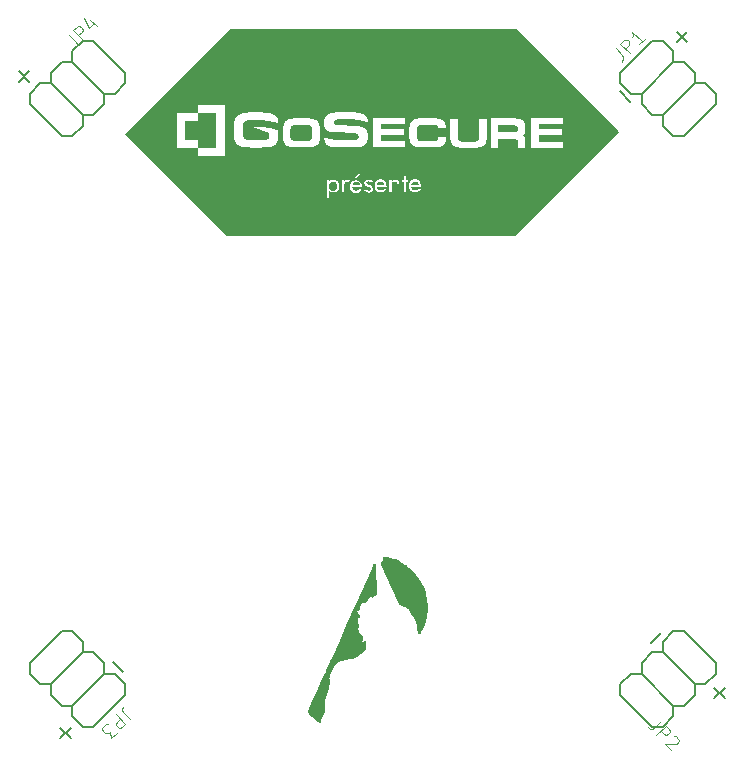
<source format=gbr>
%TF.GenerationSoftware,KiCad,Pcbnew,8.0.0*%
%TF.CreationDate,2024-04-10T23:53:27-03:00*%
%TF.ProjectId,sponsor_v1.0,73706f6e-736f-4725-9f76-312e302e6b69,rev?*%
%TF.SameCoordinates,Original*%
%TF.FileFunction,Legend,Top*%
%TF.FilePolarity,Positive*%
%FSLAX46Y46*%
G04 Gerber Fmt 4.6, Leading zero omitted, Abs format (unit mm)*
G04 Created by KiCad (PCBNEW 8.0.0) date 2024-04-10 23:53:27*
%MOMM*%
%LPD*%
G01*
G04 APERTURE LIST*
%ADD10C,0.000000*%
%ADD11C,0.142240*%
%ADD12C,0.114300*%
%ADD13C,0.152400*%
G04 APERTURE END LIST*
D10*
G36*
X154196483Y-87890818D02*
G01*
X154218752Y-87891262D01*
X154229447Y-87891745D01*
X154239881Y-87892466D01*
X154250077Y-87893471D01*
X154260060Y-87894810D01*
X154269852Y-87896528D01*
X154279478Y-87898674D01*
X154288962Y-87901295D01*
X154298327Y-87904439D01*
X154307597Y-87908153D01*
X154316795Y-87912485D01*
X154325946Y-87917482D01*
X154335073Y-87923191D01*
X154344007Y-87926609D01*
X154352560Y-87930763D01*
X154360733Y-87935630D01*
X154368525Y-87941186D01*
X154375938Y-87947407D01*
X154382971Y-87954269D01*
X154389623Y-87961749D01*
X154395895Y-87969823D01*
X154401788Y-87978467D01*
X154407300Y-87987658D01*
X154412431Y-87997371D01*
X154417183Y-88007583D01*
X154421555Y-88018270D01*
X154425546Y-88029409D01*
X154429157Y-88040975D01*
X154432389Y-88052945D01*
X154438438Y-88065837D01*
X154444298Y-88080060D01*
X154447098Y-88087611D01*
X154449778Y-88095423D01*
X154452316Y-88103473D01*
X154454688Y-88111737D01*
X154456870Y-88120191D01*
X154458838Y-88128812D01*
X154460568Y-88137575D01*
X154462037Y-88146456D01*
X154463221Y-88155433D01*
X154464096Y-88164481D01*
X154464639Y-88173577D01*
X154464825Y-88182696D01*
X153848504Y-88182696D01*
X153848690Y-88173759D01*
X153849233Y-88165178D01*
X153850108Y-88156930D01*
X153851292Y-88148991D01*
X153852761Y-88141337D01*
X153854491Y-88133944D01*
X153856459Y-88126789D01*
X153858641Y-88119848D01*
X153861013Y-88113097D01*
X153863551Y-88106512D01*
X153866232Y-88100069D01*
X153869032Y-88093746D01*
X153874892Y-88081360D01*
X153880943Y-88069164D01*
X153887028Y-88057372D01*
X153893138Y-88046292D01*
X153899295Y-88035878D01*
X153905523Y-88026082D01*
X153911847Y-88016856D01*
X153918289Y-88008152D01*
X153924874Y-87999924D01*
X153931626Y-87992123D01*
X153938567Y-87984703D01*
X153945722Y-87977615D01*
X153953115Y-87970812D01*
X153960769Y-87964247D01*
X153968708Y-87957872D01*
X153976957Y-87951640D01*
X153985537Y-87945502D01*
X153994475Y-87939413D01*
X154003784Y-87933521D01*
X154013450Y-87928009D01*
X154023448Y-87922877D01*
X154033756Y-87918125D01*
X154044348Y-87913753D01*
X154055202Y-87909762D01*
X154066293Y-87906151D01*
X154077598Y-87902919D01*
X154089093Y-87900068D01*
X154100754Y-87897598D01*
X154112558Y-87895507D01*
X154124481Y-87893796D01*
X154136498Y-87892466D01*
X154148587Y-87891515D01*
X154160724Y-87890945D01*
X154172884Y-87890755D01*
X154196483Y-87890818D01*
G37*
G36*
X150146522Y-87890945D02*
G01*
X150158659Y-87891515D01*
X150170748Y-87892466D01*
X150182766Y-87893796D01*
X150194688Y-87895507D01*
X150206492Y-87897598D01*
X150218153Y-87900068D01*
X150229648Y-87902919D01*
X150240953Y-87906151D01*
X150252044Y-87909762D01*
X150262898Y-87913753D01*
X150273490Y-87918125D01*
X150283797Y-87922877D01*
X150293796Y-87928009D01*
X150303461Y-87933521D01*
X150312771Y-87939413D01*
X150318759Y-87941028D01*
X150324563Y-87942830D01*
X150330189Y-87944816D01*
X150335643Y-87946983D01*
X150346057Y-87951849D01*
X150355854Y-87957405D01*
X150365080Y-87963625D01*
X150373784Y-87970487D01*
X150382012Y-87977967D01*
X150389813Y-87986041D01*
X150397233Y-87994685D01*
X150404321Y-88003875D01*
X150411124Y-88013589D01*
X150417689Y-88023801D01*
X150424064Y-88034488D01*
X150430297Y-88045627D01*
X150436434Y-88057194D01*
X150442524Y-88069164D01*
X150448416Y-88081332D01*
X150453928Y-88093524D01*
X150459059Y-88105764D01*
X150463811Y-88118075D01*
X150468183Y-88130480D01*
X150472174Y-88143005D01*
X150475785Y-88155672D01*
X150479017Y-88168505D01*
X150481868Y-88181529D01*
X150484339Y-88194766D01*
X150486430Y-88208241D01*
X150488140Y-88221977D01*
X150489471Y-88235999D01*
X150490422Y-88250329D01*
X150490992Y-88264992D01*
X150491182Y-88280011D01*
X150490992Y-88295209D01*
X150490422Y-88310358D01*
X150489471Y-88325413D01*
X150488140Y-88340325D01*
X150486430Y-88355047D01*
X150484339Y-88369532D01*
X150481868Y-88383732D01*
X150479017Y-88397599D01*
X150475785Y-88411085D01*
X150472174Y-88424145D01*
X150468183Y-88436729D01*
X150463811Y-88448790D01*
X150459059Y-88460281D01*
X150453928Y-88471155D01*
X150448416Y-88481363D01*
X150442524Y-88490859D01*
X150436256Y-88502651D01*
X150429631Y-88513730D01*
X150422674Y-88524145D01*
X150415408Y-88533941D01*
X150407857Y-88543167D01*
X150400044Y-88551871D01*
X150391994Y-88560099D01*
X150383730Y-88567900D01*
X150375276Y-88575320D01*
X150366655Y-88582408D01*
X150357892Y-88589211D01*
X150349010Y-88595776D01*
X150330986Y-88608383D01*
X150312771Y-88620610D01*
X150303461Y-88626502D01*
X150293795Y-88632014D01*
X150283797Y-88637146D01*
X150273490Y-88641898D01*
X150262897Y-88646269D01*
X150252044Y-88650261D01*
X150240953Y-88653872D01*
X150229647Y-88657103D01*
X150218152Y-88659954D01*
X150206491Y-88662425D01*
X150194687Y-88664516D01*
X150182765Y-88666227D01*
X150170747Y-88667557D01*
X150158658Y-88668507D01*
X150146522Y-88669078D01*
X150134362Y-88669268D01*
X150122384Y-88669078D01*
X150110762Y-88668507D01*
X150099473Y-88667557D01*
X150088493Y-88666227D01*
X150077798Y-88664516D01*
X150067364Y-88662425D01*
X150057168Y-88659954D01*
X150047186Y-88657103D01*
X150037393Y-88653872D01*
X150027767Y-88650261D01*
X150018283Y-88646269D01*
X150008919Y-88641898D01*
X149999649Y-88637146D01*
X149990450Y-88632014D01*
X149981299Y-88626502D01*
X149972172Y-88620610D01*
X149963053Y-88614342D01*
X149953957Y-88607718D01*
X149944909Y-88600761D01*
X149935932Y-88593495D01*
X149927050Y-88585944D01*
X149918288Y-88578131D01*
X149909667Y-88570081D01*
X149901213Y-88561817D01*
X149892949Y-88553363D01*
X149884899Y-88544743D01*
X149877087Y-88535980D01*
X149869536Y-88527098D01*
X149862270Y-88518122D01*
X149855313Y-88509074D01*
X149848689Y-88499978D01*
X149842421Y-88490859D01*
X149836528Y-88478690D01*
X149831017Y-88466498D01*
X149825885Y-88454259D01*
X149821133Y-88441948D01*
X149816761Y-88429542D01*
X149812770Y-88417017D01*
X149809159Y-88404350D01*
X149805927Y-88391516D01*
X149803076Y-88378493D01*
X149800605Y-88365255D01*
X149798515Y-88351781D01*
X149796804Y-88338044D01*
X149795474Y-88324023D01*
X149794523Y-88309693D01*
X149793953Y-88295030D01*
X149793763Y-88280011D01*
X149793953Y-88264814D01*
X149794523Y-88249664D01*
X149795474Y-88234609D01*
X149796804Y-88219697D01*
X149798515Y-88204974D01*
X149800605Y-88190490D01*
X149803076Y-88176290D01*
X149805927Y-88162423D01*
X149809159Y-88148937D01*
X149812770Y-88135877D01*
X149816761Y-88123293D01*
X149821133Y-88111232D01*
X149825885Y-88099741D01*
X149831017Y-88088868D01*
X149836528Y-88078660D01*
X149842421Y-88069164D01*
X149848689Y-88057372D01*
X149855313Y-88046292D01*
X149862270Y-88035878D01*
X149869536Y-88026082D01*
X149877087Y-88016856D01*
X149884899Y-88008152D01*
X149892949Y-87999924D01*
X149901213Y-87992123D01*
X149909667Y-87984703D01*
X149918288Y-87977615D01*
X149927050Y-87970812D01*
X149935932Y-87964247D01*
X149953957Y-87951640D01*
X149972172Y-87939413D01*
X149995771Y-87928009D01*
X150007060Y-87922877D01*
X150018041Y-87918125D01*
X150028736Y-87913753D01*
X150039169Y-87909762D01*
X150049366Y-87906151D01*
X150059348Y-87902919D01*
X150069141Y-87900068D01*
X150078767Y-87897598D01*
X150088250Y-87895507D01*
X150097615Y-87893796D01*
X150106885Y-87892466D01*
X150116083Y-87891515D01*
X150125234Y-87890945D01*
X150134362Y-87890755D01*
X150146522Y-87890945D01*
G37*
G36*
X157115896Y-87890818D02*
G01*
X157138165Y-87891262D01*
X157148860Y-87891745D01*
X157159294Y-87892466D01*
X157169490Y-87893471D01*
X157179473Y-87894810D01*
X157189265Y-87896528D01*
X157198891Y-87898674D01*
X157208375Y-87901295D01*
X157217740Y-87904439D01*
X157227010Y-87908153D01*
X157236208Y-87912485D01*
X157245359Y-87917482D01*
X157254486Y-87923191D01*
X157260568Y-87926609D01*
X157266650Y-87930763D01*
X157272732Y-87935630D01*
X157278814Y-87941186D01*
X157284896Y-87947407D01*
X157290979Y-87954269D01*
X157297061Y-87961749D01*
X157303143Y-87969823D01*
X157309225Y-87978467D01*
X157315308Y-87987658D01*
X157321390Y-87997371D01*
X157327472Y-88007583D01*
X157339637Y-88029409D01*
X157351802Y-88052945D01*
X157357851Y-88065837D01*
X157363711Y-88080060D01*
X157366511Y-88087611D01*
X157369191Y-88095423D01*
X157371729Y-88103473D01*
X157374101Y-88111737D01*
X157376283Y-88120191D01*
X157378251Y-88128812D01*
X157379981Y-88137575D01*
X157381450Y-88146456D01*
X157382634Y-88155433D01*
X157383509Y-88164481D01*
X157384052Y-88173577D01*
X157384238Y-88182696D01*
X156767917Y-88182696D01*
X156768103Y-88173759D01*
X156768646Y-88165178D01*
X156769521Y-88156930D01*
X156770704Y-88148991D01*
X156772173Y-88141337D01*
X156773904Y-88133944D01*
X156775872Y-88126789D01*
X156778053Y-88119848D01*
X156780425Y-88113097D01*
X156782963Y-88106512D01*
X156785644Y-88100069D01*
X156788444Y-88093746D01*
X156794304Y-88081360D01*
X156800356Y-88069164D01*
X156806441Y-88057372D01*
X156812551Y-88046292D01*
X156818708Y-88035878D01*
X156824936Y-88026082D01*
X156831260Y-88016856D01*
X156837702Y-88008152D01*
X156844287Y-87999924D01*
X156851039Y-87992123D01*
X156857980Y-87984703D01*
X156865135Y-87977615D01*
X156872528Y-87970812D01*
X156880182Y-87964247D01*
X156888121Y-87957872D01*
X156896370Y-87951640D01*
X156904950Y-87945502D01*
X156913888Y-87939413D01*
X156923197Y-87933521D01*
X156932862Y-87928009D01*
X156942860Y-87922877D01*
X156953168Y-87918125D01*
X156963760Y-87913753D01*
X156974613Y-87909762D01*
X156985705Y-87906151D01*
X156997010Y-87902919D01*
X157008505Y-87900068D01*
X157020167Y-87897598D01*
X157031971Y-87895507D01*
X157043893Y-87893796D01*
X157055911Y-87892466D01*
X157068000Y-87891515D01*
X157080137Y-87890945D01*
X157092297Y-87890755D01*
X157115896Y-87890818D01*
G37*
G36*
X152122200Y-87890941D02*
G01*
X152131323Y-87891484D01*
X152140446Y-87892359D01*
X152149569Y-87893542D01*
X152158692Y-87895011D01*
X152167815Y-87896741D01*
X152176938Y-87898709D01*
X152186061Y-87900891D01*
X152204308Y-87905801D01*
X152222554Y-87911281D01*
X152259048Y-87923191D01*
X152265134Y-87926423D01*
X152271244Y-87930034D01*
X152277401Y-87934026D01*
X152283630Y-87938398D01*
X152289953Y-87943149D01*
X152296396Y-87948281D01*
X152302981Y-87953793D01*
X152309733Y-87959685D01*
X152323829Y-87972610D01*
X152338876Y-87987055D01*
X152372582Y-88020506D01*
X152378474Y-88029629D01*
X152383985Y-88038752D01*
X152389117Y-88047875D01*
X152393869Y-88056998D01*
X152398240Y-88066121D01*
X152402232Y-88075244D01*
X152405843Y-88084368D01*
X152409074Y-88093491D01*
X152411925Y-88102614D01*
X152414396Y-88111737D01*
X152416487Y-88120860D01*
X152418198Y-88129984D01*
X152419529Y-88139107D01*
X152420479Y-88148230D01*
X152421049Y-88157354D01*
X152421240Y-88166477D01*
X151804917Y-88166477D01*
X151805103Y-88157358D01*
X151805645Y-88148262D01*
X151806520Y-88139214D01*
X151807704Y-88130237D01*
X151809173Y-88121355D01*
X151810904Y-88112592D01*
X151812872Y-88103972D01*
X151815054Y-88095518D01*
X151817426Y-88087254D01*
X151819964Y-88079204D01*
X151822645Y-88071391D01*
X151825444Y-88063840D01*
X151828339Y-88056574D01*
X151831305Y-88049616D01*
X151834318Y-88042992D01*
X151837355Y-88036723D01*
X151838970Y-88032209D01*
X151840768Y-88027786D01*
X151844894Y-88019206D01*
X151849685Y-88010958D01*
X151855094Y-88003019D01*
X151861073Y-87995365D01*
X151867574Y-87987972D01*
X151874551Y-87980817D01*
X151881956Y-87973876D01*
X151889741Y-87967125D01*
X151897858Y-87960540D01*
X151906261Y-87954097D01*
X151914901Y-87947773D01*
X151932704Y-87935387D01*
X151950887Y-87923191D01*
X151969166Y-87917141D01*
X151987634Y-87911282D01*
X152006482Y-87905802D01*
X152025901Y-87900892D01*
X152035883Y-87898710D01*
X152046079Y-87896742D01*
X152056513Y-87895012D01*
X152067208Y-87893543D01*
X152078189Y-87892359D01*
X152089478Y-87891484D01*
X152101099Y-87890941D01*
X152113077Y-87890755D01*
X152122200Y-87890941D01*
G37*
G36*
X147781516Y-83074759D02*
G01*
X147882021Y-83078192D01*
X147971217Y-83084523D01*
X148011767Y-83088932D01*
X148049722Y-83094252D01*
X148085158Y-83100547D01*
X148118154Y-83107878D01*
X148148785Y-83116307D01*
X148177130Y-83125898D01*
X148203265Y-83136713D01*
X148227267Y-83148813D01*
X148249215Y-83162262D01*
X148269185Y-83177121D01*
X148287254Y-83193453D01*
X148303500Y-83211321D01*
X148318000Y-83230786D01*
X148330830Y-83251912D01*
X148342069Y-83274760D01*
X148351793Y-83299393D01*
X148360080Y-83325873D01*
X148367006Y-83354262D01*
X148372650Y-83384624D01*
X148377088Y-83417020D01*
X148380398Y-83451512D01*
X148382656Y-83488164D01*
X148384327Y-83568193D01*
X148382720Y-83657607D01*
X148382720Y-83917110D01*
X148381477Y-84000632D01*
X148377335Y-84075150D01*
X148369677Y-84141162D01*
X148364336Y-84171135D01*
X148357885Y-84199168D01*
X148350246Y-84225324D01*
X148341341Y-84249666D01*
X148331095Y-84272256D01*
X148319428Y-84293156D01*
X148306265Y-84312428D01*
X148291528Y-84330136D01*
X148275140Y-84346340D01*
X148257023Y-84361105D01*
X148237101Y-84374491D01*
X148215296Y-84386562D01*
X148191531Y-84397379D01*
X148165729Y-84407006D01*
X148137812Y-84415504D01*
X148107703Y-84422936D01*
X148040602Y-84434851D01*
X147963807Y-84443249D01*
X147876702Y-84448630D01*
X147778667Y-84451493D01*
X147669087Y-84452337D01*
X147166298Y-84452337D01*
X147065464Y-84451137D01*
X146975440Y-84447300D01*
X146895632Y-84440469D01*
X146859373Y-84435820D01*
X146825446Y-84430289D01*
X146793775Y-84423831D01*
X146764288Y-84416402D01*
X146736909Y-84407957D01*
X146711564Y-84398453D01*
X146688180Y-84387843D01*
X146666681Y-84376084D01*
X146646994Y-84363131D01*
X146629044Y-84348940D01*
X146612757Y-84333466D01*
X146598059Y-84316665D01*
X146584876Y-84298491D01*
X146573133Y-84278901D01*
X146562756Y-84257849D01*
X146553671Y-84235292D01*
X146545804Y-84211185D01*
X146539080Y-84185483D01*
X146533425Y-84158142D01*
X146528765Y-84129117D01*
X146522132Y-84065837D01*
X146518588Y-83995286D01*
X146517539Y-83917110D01*
X146517539Y-83657607D01*
X146518596Y-83570866D01*
X146522196Y-83492820D01*
X146528979Y-83423042D01*
X146539587Y-83361104D01*
X146546525Y-83332942D01*
X146554661Y-83306579D01*
X146564074Y-83281963D01*
X146574844Y-83259039D01*
X146587051Y-83237755D01*
X146600776Y-83218056D01*
X146616098Y-83199890D01*
X146633099Y-83183203D01*
X146651857Y-83167941D01*
X146672454Y-83154051D01*
X146694969Y-83141480D01*
X146719483Y-83130175D01*
X146746076Y-83120080D01*
X146774828Y-83111144D01*
X146805819Y-83103313D01*
X146839130Y-83096533D01*
X146913030Y-83085913D01*
X146997169Y-83078857D01*
X147092190Y-83074937D01*
X147198734Y-83073725D01*
X147669084Y-83073725D01*
X147781516Y-83074759D01*
G37*
G36*
X165518378Y-83139376D02*
G01*
X165555932Y-83141767D01*
X165573491Y-83143599D01*
X165590254Y-83145870D01*
X165606233Y-83148592D01*
X165621440Y-83151778D01*
X165635887Y-83155438D01*
X165649586Y-83159586D01*
X165662548Y-83164233D01*
X165674785Y-83169390D01*
X165686309Y-83175070D01*
X165697133Y-83181285D01*
X165707268Y-83188046D01*
X165716725Y-83195366D01*
X165725518Y-83203256D01*
X165733657Y-83211727D01*
X165741154Y-83220793D01*
X165748022Y-83230465D01*
X165754272Y-83240754D01*
X165759917Y-83251673D01*
X165764967Y-83263233D01*
X165769436Y-83275447D01*
X165773334Y-83288326D01*
X165776674Y-83301882D01*
X165779467Y-83316127D01*
X165781726Y-83331073D01*
X165783462Y-83346731D01*
X165784688Y-83363114D01*
X165785654Y-83398102D01*
X165785654Y-83446760D01*
X165784870Y-83478893D01*
X165782423Y-83508436D01*
X165778170Y-83535462D01*
X165775323Y-83548052D01*
X165771970Y-83560039D01*
X165768094Y-83571433D01*
X165763679Y-83582242D01*
X165758704Y-83592474D01*
X165753154Y-83602139D01*
X165747010Y-83611246D01*
X165740254Y-83619803D01*
X165732868Y-83627820D01*
X165724835Y-83635306D01*
X165716137Y-83642268D01*
X165706755Y-83648717D01*
X165696673Y-83654661D01*
X165685872Y-83660109D01*
X165674335Y-83665070D01*
X165662043Y-83669553D01*
X165648979Y-83673567D01*
X165635125Y-83677120D01*
X165620464Y-83680222D01*
X165604977Y-83682881D01*
X165571454Y-83686908D01*
X165534415Y-83689272D01*
X165493718Y-83690045D01*
X164131328Y-83690045D01*
X164131328Y-83138600D01*
X165477498Y-83138600D01*
X165518378Y-83139376D01*
G37*
G36*
X174365484Y-83657606D02*
G01*
X165526151Y-92496938D01*
X141197716Y-92496938D01*
X137986365Y-89285586D01*
X149615356Y-89285586D01*
X149793765Y-89285586D01*
X149793765Y-88604391D01*
X149800034Y-88616365D01*
X149806658Y-88627959D01*
X149813615Y-88639172D01*
X149820881Y-88650006D01*
X149828433Y-88660460D01*
X149836245Y-88670533D01*
X149844295Y-88680226D01*
X149852559Y-88689539D01*
X149861013Y-88698472D01*
X149869633Y-88707025D01*
X149878396Y-88715198D01*
X149887277Y-88722991D01*
X149896254Y-88730403D01*
X149905302Y-88737435D01*
X149914397Y-88744087D01*
X149923517Y-88750359D01*
X149935867Y-88759106D01*
X149948574Y-88767116D01*
X149961613Y-88774414D01*
X149974962Y-88781023D01*
X149988595Y-88786966D01*
X150002489Y-88792268D01*
X150016622Y-88796953D01*
X150030967Y-88801043D01*
X150045503Y-88804564D01*
X150060206Y-88807537D01*
X150075050Y-88809989D01*
X150090014Y-88811941D01*
X150105073Y-88813418D01*
X150120202Y-88814444D01*
X150135380Y-88815042D01*
X150150581Y-88815236D01*
X150168641Y-88815042D01*
X150186346Y-88814444D01*
X150203717Y-88813418D01*
X150220780Y-88811941D01*
X150237557Y-88809989D01*
X150254073Y-88807538D01*
X150270352Y-88804564D01*
X150286416Y-88801044D01*
X150302291Y-88796954D01*
X150317999Y-88792269D01*
X150333565Y-88786967D01*
X150344401Y-88782797D01*
X150929094Y-88782797D01*
X151107502Y-88782797D01*
X151107502Y-88312450D01*
X151561631Y-88312450D01*
X151561825Y-88330692D01*
X151562423Y-88348910D01*
X151563448Y-88367081D01*
X151564925Y-88385180D01*
X151566877Y-88403185D01*
X151569328Y-88421070D01*
X151572302Y-88438814D01*
X151575822Y-88456391D01*
X151579912Y-88473778D01*
X151584596Y-88490951D01*
X151589898Y-88507887D01*
X151595841Y-88524561D01*
X151602450Y-88540950D01*
X151609748Y-88557030D01*
X151617758Y-88572778D01*
X151626505Y-88588169D01*
X151644815Y-88617820D01*
X151654089Y-88632075D01*
X151663505Y-88645950D01*
X151673112Y-88659445D01*
X151682956Y-88672559D01*
X151693085Y-88685294D01*
X151703546Y-88697648D01*
X151714388Y-88709622D01*
X151725657Y-88721216D01*
X151737402Y-88732430D01*
X151749669Y-88743264D01*
X151762506Y-88753717D01*
X151775961Y-88763791D01*
X151790082Y-88773484D01*
X151804914Y-88782797D01*
X151820124Y-88791544D01*
X151835357Y-88799554D01*
X151850638Y-88806852D01*
X151865989Y-88813461D01*
X151881436Y-88819404D01*
X151897002Y-88824706D01*
X151912710Y-88829390D01*
X151928585Y-88833480D01*
X151944649Y-88837001D01*
X151960928Y-88839974D01*
X151977444Y-88842425D01*
X151994221Y-88844377D01*
X152011283Y-88845854D01*
X152028655Y-88846880D01*
X152046359Y-88847478D01*
X152064419Y-88847672D01*
X152099455Y-88847609D01*
X152131829Y-88847165D01*
X152161923Y-88845962D01*
X152176233Y-88844956D01*
X152190116Y-88843618D01*
X152203618Y-88841900D01*
X152216788Y-88839754D01*
X152229673Y-88837133D01*
X152242321Y-88833989D01*
X152254778Y-88830275D01*
X152267092Y-88825943D01*
X152279312Y-88820946D01*
X152291484Y-88815236D01*
X152315083Y-88803071D01*
X152337352Y-88790906D01*
X152358481Y-88778741D01*
X152378660Y-88766577D01*
X152398078Y-88754412D01*
X152416927Y-88742248D01*
X152453673Y-88717921D01*
X152567204Y-88571952D01*
X152745617Y-88571952D01*
X152752428Y-88584814D01*
X152760570Y-88598815D01*
X152769852Y-88613577D01*
X152780083Y-88628719D01*
X152785496Y-88636314D01*
X152791075Y-88643861D01*
X152796797Y-88651313D01*
X152802638Y-88658623D01*
X152808573Y-88665742D01*
X152814580Y-88672624D01*
X152820635Y-88679221D01*
X152826713Y-88685485D01*
X152972681Y-88782800D01*
X153021339Y-88794710D01*
X153045667Y-88800190D01*
X153069996Y-88805100D01*
X153094324Y-88809250D01*
X153118653Y-88812450D01*
X153130817Y-88813634D01*
X153142981Y-88814510D01*
X153155145Y-88815052D01*
X153167309Y-88815238D01*
X153188221Y-88814858D01*
X153208396Y-88813718D01*
X153227858Y-88811817D01*
X153246631Y-88809156D01*
X153264739Y-88805734D01*
X153282206Y-88801553D01*
X153299054Y-88796611D01*
X153315309Y-88790909D01*
X153330994Y-88784446D01*
X153346132Y-88777223D01*
X153360747Y-88769240D01*
X153374863Y-88760497D01*
X153388504Y-88750994D01*
X153401694Y-88740731D01*
X153414456Y-88729707D01*
X153426814Y-88717923D01*
X153438590Y-88705747D01*
X153449558Y-88693499D01*
X153459671Y-88681109D01*
X153468881Y-88668505D01*
X153477141Y-88655616D01*
X153484403Y-88642371D01*
X153490619Y-88628698D01*
X153495743Y-88614526D01*
X153499727Y-88599784D01*
X153502522Y-88584400D01*
X153504082Y-88568304D01*
X153504360Y-88551424D01*
X153503307Y-88533688D01*
X153500876Y-88515026D01*
X153497020Y-88495366D01*
X153491691Y-88474637D01*
X153491501Y-88465336D01*
X153490931Y-88455727D01*
X153489980Y-88445879D01*
X153488650Y-88435866D01*
X153486939Y-88425757D01*
X153484848Y-88415624D01*
X153482378Y-88405538D01*
X153479527Y-88395572D01*
X153476295Y-88385795D01*
X153472684Y-88376280D01*
X153468693Y-88367097D01*
X153464321Y-88358319D01*
X153459569Y-88350015D01*
X153454437Y-88342258D01*
X153448925Y-88335119D01*
X153443033Y-88328669D01*
X153439620Y-88322586D01*
X153435495Y-88316504D01*
X153430704Y-88310422D01*
X153425295Y-88304339D01*
X153419316Y-88298257D01*
X153412814Y-88292175D01*
X153405837Y-88286093D01*
X153398433Y-88280011D01*
X153390648Y-88273928D01*
X153382530Y-88267846D01*
X153365488Y-88255682D01*
X153353619Y-88247573D01*
X153653874Y-88247573D01*
X153654068Y-88268670D01*
X153654666Y-88289387D01*
X153655691Y-88309724D01*
X153657168Y-88329681D01*
X153659120Y-88349258D01*
X153661571Y-88368455D01*
X153664544Y-88387272D01*
X153668064Y-88405708D01*
X153672155Y-88423765D01*
X153676839Y-88441441D01*
X153682141Y-88458737D01*
X153688084Y-88475653D01*
X153694693Y-88492189D01*
X153701990Y-88508345D01*
X153710001Y-88524121D01*
X153718748Y-88539516D01*
X153737058Y-88569166D01*
X153746332Y-88583421D01*
X153755748Y-88597296D01*
X153765355Y-88610790D01*
X153775198Y-88623904D01*
X153785327Y-88636639D01*
X153795789Y-88648993D01*
X153806631Y-88660967D01*
X153817900Y-88672561D01*
X153829645Y-88683775D01*
X153841912Y-88694608D01*
X153854749Y-88705062D01*
X153868204Y-88715135D01*
X153882324Y-88724829D01*
X153897157Y-88734142D01*
X153912366Y-88742889D01*
X153927599Y-88750899D01*
X153942879Y-88758197D01*
X153958231Y-88764805D01*
X153973678Y-88770749D01*
X153989244Y-88776051D01*
X154004952Y-88780735D01*
X154020827Y-88784825D01*
X154036891Y-88788345D01*
X154053170Y-88791319D01*
X154069686Y-88793770D01*
X154086463Y-88795722D01*
X154103526Y-88797199D01*
X154120897Y-88798225D01*
X154138602Y-88798823D01*
X154156662Y-88799017D01*
X154177759Y-88798823D01*
X154198476Y-88798225D01*
X154218813Y-88797199D01*
X154238770Y-88795722D01*
X154258347Y-88793771D01*
X154277544Y-88791320D01*
X154296361Y-88788346D01*
X154314797Y-88784826D01*
X154323742Y-88782800D01*
X154918958Y-88782800D01*
X155097367Y-88782800D01*
X155097367Y-88150262D01*
X155097430Y-88132713D01*
X155097873Y-88116303D01*
X155098356Y-88108408D01*
X155099077Y-88100654D01*
X155100082Y-88092996D01*
X155101420Y-88085386D01*
X155103139Y-88077775D01*
X155105285Y-88070117D01*
X155107906Y-88062363D01*
X155111050Y-88054468D01*
X155114764Y-88046382D01*
X155119096Y-88038058D01*
X155124093Y-88029450D01*
X155129803Y-88020509D01*
X155135885Y-88011576D01*
X155141968Y-88003023D01*
X155148051Y-87994850D01*
X155154133Y-87987057D01*
X155160215Y-87979644D01*
X155166298Y-87972612D01*
X155172380Y-87965960D01*
X155178462Y-87959688D01*
X155184544Y-87953796D01*
X155190627Y-87948284D01*
X155196709Y-87943153D01*
X155202791Y-87938401D01*
X155208873Y-87934030D01*
X155214954Y-87930038D01*
X155221036Y-87926427D01*
X155227118Y-87923196D01*
X155263610Y-87911285D01*
X155281856Y-87905805D01*
X155300102Y-87900894D01*
X155309226Y-87898713D01*
X155318349Y-87896745D01*
X155327472Y-87895014D01*
X155336595Y-87893545D01*
X155345719Y-87892361D01*
X155354842Y-87891486D01*
X155363965Y-87890943D01*
X155373089Y-87890757D01*
X155385245Y-87890951D01*
X155397353Y-87891549D01*
X155409367Y-87892575D01*
X155421238Y-87894052D01*
X155432919Y-87896004D01*
X155444363Y-87898454D01*
X155455521Y-87901428D01*
X155466347Y-87904948D01*
X155476793Y-87909038D01*
X155486811Y-87913722D01*
X155491645Y-87916295D01*
X155496354Y-87919024D01*
X155500932Y-87921914D01*
X155505374Y-87924968D01*
X155509674Y-87928188D01*
X155513824Y-87931577D01*
X155517821Y-87935138D01*
X155521657Y-87938874D01*
X155525326Y-87942789D01*
X155528824Y-87946885D01*
X155532143Y-87951165D01*
X155535278Y-87955632D01*
X155544025Y-87964945D01*
X155552035Y-87974639D01*
X155559333Y-87984712D01*
X155565941Y-87995166D01*
X155571885Y-88006000D01*
X155577187Y-88017213D01*
X155581871Y-88028807D01*
X155585961Y-88040782D01*
X155589481Y-88053136D01*
X155592455Y-88065870D01*
X155594906Y-88078985D01*
X155596858Y-88092479D01*
X155598335Y-88106354D01*
X155599361Y-88120609D01*
X155599959Y-88135245D01*
X155600153Y-88150260D01*
X155600153Y-88782797D01*
X155762347Y-88782797D01*
X155762347Y-88117824D01*
X155761967Y-88096727D01*
X155760827Y-88076010D01*
X155758926Y-88055673D01*
X155756265Y-88035716D01*
X155752843Y-88016139D01*
X155748662Y-87996942D01*
X155743720Y-87978125D01*
X155738018Y-87959689D01*
X155731555Y-87941633D01*
X155724333Y-87923957D01*
X155716494Y-87906974D01*
X155956966Y-87906974D01*
X156135377Y-87906974D01*
X156135377Y-88782797D01*
X156313786Y-88782797D01*
X156313786Y-88247573D01*
X156557065Y-88247573D01*
X156557259Y-88268670D01*
X156557857Y-88289387D01*
X156558882Y-88309724D01*
X156560359Y-88329681D01*
X156562311Y-88349258D01*
X156564762Y-88368455D01*
X156567736Y-88387272D01*
X156571256Y-88405708D01*
X156575346Y-88423765D01*
X156580030Y-88441441D01*
X156585332Y-88458737D01*
X156591275Y-88475653D01*
X156597884Y-88492189D01*
X156605182Y-88508345D01*
X156613192Y-88524121D01*
X156621940Y-88539516D01*
X156640250Y-88569166D01*
X156649523Y-88583421D01*
X156658940Y-88597296D01*
X156668546Y-88610790D01*
X156678390Y-88623904D01*
X156688519Y-88636639D01*
X156698981Y-88648993D01*
X156709822Y-88660967D01*
X156721092Y-88672561D01*
X156732836Y-88683775D01*
X156745103Y-88694608D01*
X156757940Y-88705062D01*
X156771395Y-88715135D01*
X156785516Y-88724829D01*
X156800348Y-88734142D01*
X156815558Y-88742889D01*
X156830791Y-88750899D01*
X156846072Y-88758197D01*
X156861424Y-88764805D01*
X156876870Y-88770749D01*
X156892436Y-88776051D01*
X156908144Y-88780735D01*
X156924019Y-88784825D01*
X156940083Y-88788345D01*
X156956362Y-88791319D01*
X156972878Y-88793770D01*
X156989655Y-88795722D01*
X157006718Y-88797199D01*
X157024089Y-88798225D01*
X157041793Y-88798823D01*
X157059854Y-88799017D01*
X157080951Y-88798823D01*
X157101668Y-88798225D01*
X157122005Y-88797199D01*
X157141962Y-88795722D01*
X157161539Y-88793771D01*
X157180735Y-88791320D01*
X157199552Y-88788346D01*
X157217988Y-88784826D01*
X157236045Y-88780736D01*
X157253721Y-88776052D01*
X157271017Y-88770750D01*
X157287933Y-88764806D01*
X157304469Y-88758198D01*
X157320624Y-88750900D01*
X157336399Y-88742889D01*
X157351795Y-88734142D01*
X157366992Y-88724829D01*
X157382142Y-88715135D01*
X157397197Y-88705062D01*
X157412109Y-88694608D01*
X157426832Y-88683775D01*
X157441316Y-88672561D01*
X157455516Y-88660967D01*
X157469383Y-88648993D01*
X157482869Y-88636639D01*
X157495928Y-88623904D01*
X157508512Y-88610790D01*
X157520574Y-88597296D01*
X157532065Y-88583421D01*
X157542938Y-88569166D01*
X157553146Y-88554531D01*
X157562642Y-88539516D01*
X157416674Y-88442201D01*
X157407551Y-88454175D01*
X157398428Y-88465769D01*
X157389305Y-88476983D01*
X157380182Y-88487816D01*
X157371059Y-88498270D01*
X157361936Y-88508343D01*
X157352813Y-88518036D01*
X157343689Y-88527350D01*
X157334566Y-88536283D01*
X157325443Y-88544836D01*
X157316320Y-88553008D01*
X157307196Y-88560801D01*
X157298073Y-88568213D01*
X157288950Y-88575245D01*
X157279827Y-88581897D01*
X157270703Y-88588169D01*
X157258539Y-88594061D01*
X157246375Y-88599573D01*
X157234211Y-88604705D01*
X157222047Y-88609457D01*
X157209883Y-88613829D01*
X157197719Y-88617820D01*
X157185554Y-88621431D01*
X157173390Y-88624663D01*
X157161226Y-88627514D01*
X157149062Y-88629984D01*
X157136898Y-88632075D01*
X157124734Y-88633786D01*
X157112570Y-88635116D01*
X157100405Y-88636067D01*
X157088241Y-88636637D01*
X157076077Y-88636827D01*
X157063917Y-88636637D01*
X157051780Y-88636067D01*
X157039690Y-88635116D01*
X157027672Y-88633786D01*
X157015749Y-88632075D01*
X157003945Y-88629984D01*
X156992284Y-88627514D01*
X156980789Y-88624663D01*
X156969484Y-88621431D01*
X156958392Y-88617820D01*
X156947539Y-88613829D01*
X156936947Y-88609457D01*
X156926640Y-88604705D01*
X156916641Y-88599573D01*
X156906975Y-88594061D01*
X156897666Y-88588169D01*
X156888729Y-88582080D01*
X156880148Y-88575942D01*
X156871900Y-88569710D01*
X156863961Y-88563335D01*
X156856307Y-88556769D01*
X156848914Y-88549967D01*
X156841759Y-88542879D01*
X156834818Y-88535458D01*
X156828067Y-88527657D01*
X156821482Y-88519429D01*
X156815039Y-88510725D01*
X156808716Y-88501499D01*
X156802487Y-88491703D01*
X156796330Y-88481289D01*
X156790220Y-88470210D01*
X156784134Y-88458418D01*
X156778084Y-88445494D01*
X156772224Y-88431049D01*
X156769425Y-88423257D01*
X156766744Y-88415084D01*
X156764206Y-88406531D01*
X156761835Y-88397598D01*
X156759653Y-88388285D01*
X156757685Y-88378592D01*
X156755955Y-88368518D01*
X156754486Y-88358065D01*
X156753302Y-88347231D01*
X156752426Y-88336018D01*
X156751884Y-88324424D01*
X156751698Y-88312450D01*
X157578866Y-88312450D01*
X157578866Y-88296228D01*
X157578834Y-88290114D01*
X157578612Y-88283811D01*
X157578371Y-88280528D01*
X157578010Y-88277127D01*
X157577507Y-88273583D01*
X157576838Y-88269873D01*
X157575978Y-88265973D01*
X157574904Y-88261860D01*
X157573593Y-88257508D01*
X157572020Y-88252896D01*
X157570162Y-88247998D01*
X157567996Y-88242791D01*
X157565496Y-88237252D01*
X157562640Y-88231356D01*
X157562267Y-88210259D01*
X157561183Y-88189542D01*
X157559432Y-88169205D01*
X157557065Y-88149248D01*
X157554127Y-88129671D01*
X157550666Y-88110474D01*
X157546730Y-88091658D01*
X157542367Y-88073221D01*
X157537623Y-88055165D01*
X157532547Y-88037489D01*
X157521587Y-88003277D01*
X157509866Y-87970586D01*
X157497765Y-87939415D01*
X157491489Y-87924582D01*
X157484809Y-87910461D01*
X157477701Y-87897006D01*
X157470142Y-87884168D01*
X157462108Y-87871901D01*
X157453575Y-87860156D01*
X157444519Y-87848887D01*
X157434917Y-87838045D01*
X157424744Y-87827584D01*
X157413978Y-87817455D01*
X157402594Y-87807611D01*
X157390568Y-87798005D01*
X157377877Y-87788589D01*
X157364497Y-87779315D01*
X157350405Y-87770137D01*
X157335575Y-87761006D01*
X157323039Y-87752259D01*
X157309789Y-87744249D01*
X157295875Y-87736951D01*
X157281343Y-87730343D01*
X157266240Y-87724399D01*
X157250615Y-87719097D01*
X157234515Y-87714412D01*
X157217987Y-87710322D01*
X157201079Y-87706802D01*
X157183839Y-87703828D01*
X157166313Y-87701376D01*
X157148550Y-87699424D01*
X157130596Y-87697947D01*
X157112500Y-87696921D01*
X157094309Y-87696323D01*
X157076070Y-87696129D01*
X157055155Y-87696323D01*
X157034953Y-87696921D01*
X157015416Y-87697947D01*
X156996497Y-87699424D01*
X156978147Y-87701376D01*
X156960321Y-87703827D01*
X156942970Y-87706801D01*
X156926046Y-87710321D01*
X156909502Y-87714411D01*
X156893291Y-87719096D01*
X156877365Y-87724398D01*
X156861677Y-87730342D01*
X156846179Y-87736951D01*
X156830823Y-87744248D01*
X156815562Y-87752259D01*
X156800348Y-87761006D01*
X156785516Y-87770319D01*
X156771395Y-87780012D01*
X156757940Y-87790086D01*
X156745103Y-87800539D01*
X156732836Y-87811373D01*
X156721092Y-87822587D01*
X156709822Y-87834180D01*
X156698981Y-87846155D01*
X156688519Y-87858509D01*
X156678390Y-87871243D01*
X156668546Y-87884358D01*
X156658940Y-87897852D01*
X156649523Y-87911727D01*
X156640250Y-87925982D01*
X156621940Y-87955632D01*
X156613193Y-87971027D01*
X156605183Y-87986803D01*
X156597885Y-88002959D01*
X156591276Y-88019495D01*
X156585333Y-88036411D01*
X156580031Y-88053707D01*
X156575347Y-88071383D01*
X156571257Y-88089439D01*
X156567736Y-88107875D01*
X156564763Y-88126692D01*
X156562312Y-88145888D01*
X156560360Y-88165465D01*
X156558883Y-88185422D01*
X156557857Y-88205759D01*
X156557065Y-88247573D01*
X156313786Y-88247573D01*
X156313786Y-87906974D01*
X156475976Y-87906974D01*
X156475976Y-87744785D01*
X156313786Y-87744785D01*
X156313786Y-87387969D01*
X156135377Y-87387969D01*
X156135377Y-87744785D01*
X155956966Y-87744785D01*
X155956966Y-87906974D01*
X155716494Y-87906974D01*
X155716350Y-87906661D01*
X155707606Y-87889745D01*
X155698103Y-87873209D01*
X155687840Y-87857053D01*
X155676816Y-87841278D01*
X155665032Y-87825883D01*
X155652674Y-87811244D01*
X155639911Y-87797721D01*
X155626721Y-87785292D01*
X155613080Y-87773931D01*
X155598963Y-87763616D01*
X155584348Y-87754323D01*
X155569210Y-87746027D01*
X155553525Y-87738706D01*
X155537271Y-87732335D01*
X155520422Y-87726890D01*
X155502956Y-87722349D01*
X155484848Y-87718686D01*
X155466075Y-87715879D01*
X155446613Y-87713903D01*
X155426438Y-87712735D01*
X155405527Y-87712351D01*
X155393367Y-87712541D01*
X155381230Y-87713111D01*
X155369141Y-87714061D01*
X155357123Y-87715392D01*
X155345201Y-87717102D01*
X155333397Y-87719193D01*
X155321735Y-87721664D01*
X155310240Y-87724515D01*
X155298935Y-87727746D01*
X155287844Y-87731358D01*
X155276991Y-87735349D01*
X155266399Y-87739721D01*
X155256092Y-87744472D01*
X155246093Y-87749604D01*
X155236427Y-87755116D01*
X155227118Y-87761008D01*
X155217999Y-87767280D01*
X155208903Y-87773932D01*
X155199855Y-87780965D01*
X155190878Y-87788377D01*
X155181997Y-87796170D01*
X155173234Y-87804342D01*
X155164613Y-87812895D01*
X155156159Y-87821828D01*
X155147895Y-87831141D01*
X155139845Y-87840835D01*
X155132033Y-87850908D01*
X155124482Y-87861361D01*
X155117216Y-87872195D01*
X155110259Y-87883409D01*
X155103635Y-87895003D01*
X155097367Y-87906977D01*
X155097367Y-87744787D01*
X154918958Y-87744787D01*
X154918958Y-88782800D01*
X154323742Y-88782800D01*
X154332853Y-88780736D01*
X154350530Y-88776052D01*
X154367826Y-88770750D01*
X154384741Y-88764806D01*
X154401277Y-88758198D01*
X154417433Y-88750900D01*
X154433208Y-88742889D01*
X154448603Y-88734142D01*
X154463800Y-88724829D01*
X154478950Y-88715135D01*
X154494005Y-88705062D01*
X154508917Y-88694608D01*
X154523639Y-88683775D01*
X154538124Y-88672561D01*
X154552323Y-88660967D01*
X154566190Y-88648993D01*
X154579677Y-88636639D01*
X154592736Y-88623904D01*
X154605321Y-88610790D01*
X154617382Y-88597296D01*
X154628873Y-88583421D01*
X154639747Y-88569166D01*
X154649955Y-88554531D01*
X154659451Y-88539516D01*
X154513480Y-88442201D01*
X154504357Y-88454175D01*
X154495234Y-88465769D01*
X154486111Y-88476983D01*
X154476988Y-88487816D01*
X154467866Y-88498270D01*
X154458743Y-88508343D01*
X154449620Y-88518036D01*
X154440497Y-88527350D01*
X154431374Y-88536283D01*
X154422251Y-88544836D01*
X154413128Y-88553008D01*
X154404005Y-88560801D01*
X154394881Y-88568213D01*
X154385758Y-88575245D01*
X154376635Y-88581897D01*
X154367512Y-88588169D01*
X154355347Y-88594061D01*
X154343183Y-88599573D01*
X154331019Y-88604705D01*
X154318854Y-88609457D01*
X154306690Y-88613829D01*
X154294525Y-88617820D01*
X154282361Y-88621431D01*
X154270197Y-88624663D01*
X154258033Y-88627514D01*
X154245868Y-88629984D01*
X154233704Y-88632075D01*
X154221540Y-88633786D01*
X154209376Y-88635116D01*
X154197212Y-88636067D01*
X154185048Y-88636637D01*
X154172884Y-88636827D01*
X154160723Y-88636637D01*
X154148587Y-88636067D01*
X154136498Y-88635116D01*
X154124480Y-88633786D01*
X154112557Y-88632075D01*
X154100753Y-88629984D01*
X154089092Y-88627514D01*
X154077597Y-88624663D01*
X154066292Y-88621431D01*
X154055201Y-88617820D01*
X154044347Y-88613829D01*
X154033755Y-88609457D01*
X154023448Y-88604705D01*
X154013450Y-88599573D01*
X154003784Y-88594061D01*
X153994475Y-88588169D01*
X153985537Y-88582080D01*
X153976957Y-88575942D01*
X153968709Y-88569710D01*
X153960769Y-88563335D01*
X153953115Y-88556769D01*
X153945722Y-88549967D01*
X153938567Y-88542879D01*
X153931626Y-88535458D01*
X153924874Y-88527657D01*
X153918289Y-88519429D01*
X153911847Y-88510725D01*
X153905523Y-88501499D01*
X153899295Y-88491703D01*
X153893138Y-88481289D01*
X153887028Y-88470210D01*
X153880943Y-88458418D01*
X153874893Y-88445494D01*
X153869033Y-88431049D01*
X153866233Y-88423257D01*
X153863552Y-88415084D01*
X153861014Y-88406531D01*
X153858642Y-88397598D01*
X153856460Y-88388285D01*
X153854492Y-88378592D01*
X153852761Y-88368518D01*
X153851292Y-88358065D01*
X153850108Y-88347231D01*
X153849233Y-88336018D01*
X153848690Y-88324424D01*
X153848504Y-88312450D01*
X154675672Y-88312450D01*
X154675672Y-88296228D01*
X154675640Y-88290114D01*
X154675419Y-88283811D01*
X154675177Y-88280528D01*
X154674816Y-88277127D01*
X154674313Y-88273583D01*
X154673644Y-88269873D01*
X154672785Y-88265973D01*
X154671711Y-88261860D01*
X154670400Y-88257508D01*
X154668828Y-88252896D01*
X154666970Y-88247998D01*
X154664803Y-88242791D01*
X154662304Y-88237252D01*
X154659448Y-88231356D01*
X154659076Y-88210259D01*
X154657991Y-88189542D01*
X154656241Y-88169205D01*
X154653873Y-88149248D01*
X154650935Y-88129671D01*
X154647474Y-88110474D01*
X154643538Y-88091658D01*
X154639174Y-88073221D01*
X154634431Y-88055165D01*
X154629355Y-88037489D01*
X154618394Y-88003277D01*
X154606674Y-87970586D01*
X154594574Y-87939415D01*
X154588297Y-87924582D01*
X154581617Y-87910461D01*
X154574510Y-87897006D01*
X154566950Y-87884168D01*
X154558916Y-87871901D01*
X154550383Y-87860156D01*
X154541327Y-87848887D01*
X154531725Y-87838045D01*
X154521552Y-87827584D01*
X154510786Y-87817455D01*
X154499401Y-87807611D01*
X154487376Y-87798005D01*
X154474685Y-87788589D01*
X154461305Y-87779315D01*
X154447213Y-87770137D01*
X154432384Y-87761006D01*
X154419847Y-87752259D01*
X154406597Y-87744249D01*
X154392683Y-87736951D01*
X154378150Y-87730343D01*
X154363048Y-87724399D01*
X154347423Y-87719097D01*
X154331323Y-87714412D01*
X154314795Y-87710322D01*
X154297887Y-87706802D01*
X154280647Y-87703828D01*
X154263121Y-87701376D01*
X154245358Y-87699424D01*
X154227405Y-87697947D01*
X154209309Y-87696921D01*
X154191118Y-87696323D01*
X154172879Y-87696129D01*
X154151964Y-87696323D01*
X154131762Y-87696921D01*
X154112224Y-87697947D01*
X154093305Y-87699424D01*
X154074956Y-87701376D01*
X154057129Y-87703827D01*
X154039777Y-87706801D01*
X154022854Y-87710321D01*
X154006310Y-87714411D01*
X153990099Y-87719096D01*
X153974173Y-87724398D01*
X153958485Y-87730342D01*
X153942986Y-87736951D01*
X153927631Y-87744248D01*
X153912370Y-87752259D01*
X153897157Y-87761006D01*
X153882324Y-87770319D01*
X153868204Y-87780012D01*
X153854749Y-87790086D01*
X153841912Y-87800539D01*
X153829645Y-87811373D01*
X153817900Y-87822587D01*
X153806631Y-87834180D01*
X153795789Y-87846155D01*
X153785327Y-87858509D01*
X153775198Y-87871243D01*
X153765355Y-87884358D01*
X153755748Y-87897852D01*
X153746332Y-87911727D01*
X153737058Y-87925982D01*
X153718748Y-87955632D01*
X153710001Y-87971027D01*
X153701991Y-87986803D01*
X153694694Y-88002959D01*
X153688085Y-88019495D01*
X153682142Y-88036411D01*
X153676840Y-88053707D01*
X153672155Y-88071383D01*
X153668065Y-88089439D01*
X153664545Y-88107875D01*
X153661571Y-88126692D01*
X153659120Y-88145888D01*
X153657168Y-88165465D01*
X153655691Y-88185422D01*
X153654666Y-88205759D01*
X153653874Y-88247573D01*
X153353619Y-88247573D01*
X153347684Y-88243518D01*
X153329501Y-88231354D01*
X153311223Y-88219221D01*
X153292755Y-88207279D01*
X153273906Y-88195717D01*
X153254488Y-88184725D01*
X153244505Y-88179502D01*
X153234309Y-88174493D01*
X153223875Y-88169722D01*
X153213180Y-88165212D01*
X153202200Y-88160987D01*
X153190911Y-88157071D01*
X153179289Y-88153487D01*
X153167311Y-88150260D01*
X153069996Y-88101602D01*
X153045922Y-88089437D01*
X153034359Y-88083354D01*
X153023367Y-88077272D01*
X153018144Y-88074231D01*
X153013135Y-88071190D01*
X153008364Y-88068149D01*
X153003854Y-88065108D01*
X152999629Y-88062067D01*
X152995713Y-88059026D01*
X152992129Y-88055985D01*
X152988903Y-88052945D01*
X152982853Y-88046832D01*
X152979887Y-88043715D01*
X152976993Y-88040528D01*
X152974193Y-88037245D01*
X152971512Y-88033844D01*
X152968974Y-88030300D01*
X152966602Y-88026590D01*
X152964420Y-88022689D01*
X152962452Y-88018575D01*
X152960721Y-88014223D01*
X152959252Y-88009610D01*
X152958068Y-88004712D01*
X152957193Y-87999505D01*
X152956650Y-87993966D01*
X152956464Y-87988070D01*
X152956654Y-87981992D01*
X152957224Y-87975938D01*
X152958175Y-87969931D01*
X152959506Y-87963995D01*
X152960313Y-87961062D01*
X152961216Y-87958155D01*
X152962214Y-87955278D01*
X152963307Y-87952433D01*
X152964495Y-87949624D01*
X152965778Y-87946854D01*
X152967156Y-87944125D01*
X152968629Y-87941441D01*
X152970197Y-87938804D01*
X152971861Y-87936218D01*
X152973619Y-87933685D01*
X152975472Y-87931209D01*
X152977420Y-87928792D01*
X152979463Y-87926438D01*
X152981602Y-87924148D01*
X152983835Y-87921927D01*
X152986163Y-87919778D01*
X152988587Y-87917702D01*
X152991105Y-87915704D01*
X152993718Y-87913786D01*
X152996427Y-87911951D01*
X152999230Y-87910202D01*
X153002128Y-87908542D01*
X153005122Y-87906974D01*
X153017287Y-87900925D01*
X153029451Y-87895065D01*
X153041616Y-87889585D01*
X153047698Y-87887047D01*
X153053780Y-87884675D01*
X153059862Y-87882493D01*
X153065944Y-87880525D01*
X153072026Y-87878795D01*
X153078108Y-87877326D01*
X153084191Y-87876142D01*
X153090273Y-87875267D01*
X153096355Y-87874724D01*
X153102437Y-87874538D01*
X153120683Y-87874602D01*
X153138929Y-87875045D01*
X153148052Y-87875528D01*
X153157175Y-87876249D01*
X153166298Y-87877254D01*
X153175421Y-87878593D01*
X153184544Y-87880311D01*
X153193667Y-87882457D01*
X153202790Y-87885078D01*
X153211913Y-87888222D01*
X153221036Y-87891936D01*
X153230159Y-87896268D01*
X153239282Y-87901265D01*
X153248405Y-87906974D01*
X153257342Y-87913057D01*
X153265923Y-87919139D01*
X153274171Y-87925222D01*
X153282111Y-87931304D01*
X153289765Y-87937386D01*
X153297158Y-87943469D01*
X153304313Y-87949551D01*
X153311255Y-87955633D01*
X153324591Y-87967797D01*
X153337357Y-87979961D01*
X153349744Y-87992125D01*
X153361940Y-88004289D01*
X153507908Y-87906974D01*
X153504681Y-87900892D01*
X153501097Y-87894810D01*
X153497181Y-87888728D01*
X153492956Y-87882645D01*
X153488446Y-87876563D01*
X153483674Y-87870481D01*
X153478665Y-87864399D01*
X153473442Y-87858317D01*
X153462450Y-87846152D01*
X153450888Y-87833988D01*
X153438946Y-87821823D01*
X153426814Y-87809659D01*
X153413921Y-87802881D01*
X153399698Y-87794962D01*
X153368019Y-87777224D01*
X153350945Y-87768164D01*
X153333300Y-87759484D01*
X153324323Y-87755405D01*
X153315275Y-87751564D01*
X153306180Y-87748008D01*
X153297060Y-87744785D01*
X153278117Y-87738735D01*
X153258033Y-87732875D01*
X153237190Y-87727395D01*
X153215966Y-87722485D01*
X153194742Y-87718335D01*
X153184248Y-87716605D01*
X153173898Y-87715136D01*
X153163737Y-87713952D01*
X153153814Y-87713077D01*
X153144176Y-87712535D01*
X153134871Y-87712348D01*
X153125565Y-87712535D01*
X153115927Y-87713077D01*
X153106004Y-87713952D01*
X153095844Y-87715136D01*
X153085493Y-87716605D01*
X153075000Y-87718335D01*
X153053776Y-87722484D01*
X153032552Y-87727394D01*
X153011708Y-87732874D01*
X152991624Y-87738734D01*
X152972681Y-87744785D01*
X152963562Y-87750689D01*
X152954467Y-87756284D01*
X152936443Y-87766834D01*
X152918798Y-87777002D01*
X152910178Y-87782122D01*
X152901724Y-87787361D01*
X152893460Y-87792790D01*
X152885410Y-87798480D01*
X152877597Y-87804502D01*
X152870046Y-87810929D01*
X152862780Y-87817831D01*
X152855823Y-87825279D01*
X152852467Y-87829230D01*
X152849198Y-87833345D01*
X152846018Y-87837632D01*
X152842930Y-87842100D01*
X152837038Y-87851227D01*
X152831526Y-87860378D01*
X152826394Y-87869577D01*
X152821643Y-87878846D01*
X152817271Y-87888211D01*
X152813280Y-87897695D01*
X152809669Y-87907321D01*
X152806437Y-87917113D01*
X152803586Y-87927096D01*
X152801115Y-87937292D01*
X152799024Y-87947726D01*
X152797313Y-87958421D01*
X152795983Y-87969401D01*
X152795032Y-87980690D01*
X152794462Y-87992312D01*
X152794272Y-88004289D01*
X152794462Y-88013591D01*
X152795032Y-88023201D01*
X152795983Y-88033048D01*
X152797313Y-88043062D01*
X152799024Y-88053171D01*
X152801115Y-88063304D01*
X152803586Y-88073389D01*
X152806437Y-88083356D01*
X152809669Y-88093133D01*
X152813280Y-88102648D01*
X152817271Y-88111831D01*
X152821643Y-88120609D01*
X152826394Y-88128913D01*
X152831526Y-88136670D01*
X152837038Y-88143810D01*
X152842930Y-88150260D01*
X152956462Y-88247573D01*
X152962730Y-88253469D01*
X152969355Y-88259009D01*
X152976312Y-88264216D01*
X152983578Y-88269114D01*
X152991129Y-88273727D01*
X152998942Y-88278078D01*
X153006992Y-88282192D01*
X153015256Y-88286093D01*
X153023710Y-88289803D01*
X153032330Y-88293347D01*
X153049975Y-88300031D01*
X153067999Y-88306335D01*
X153086213Y-88312450D01*
X153199748Y-88361105D01*
X153208680Y-88364150D01*
X153217233Y-88367219D01*
X153225406Y-88370335D01*
X153233198Y-88373523D01*
X153240611Y-88376806D01*
X153247643Y-88380207D01*
X153254295Y-88383751D01*
X153260568Y-88387461D01*
X153266460Y-88391362D01*
X153269263Y-88393391D01*
X153271971Y-88395476D01*
X153274585Y-88397621D01*
X153277103Y-88399828D01*
X153279527Y-88402100D01*
X153281855Y-88404441D01*
X153284088Y-88406853D01*
X153286227Y-88409339D01*
X153288270Y-88411902D01*
X153290218Y-88414546D01*
X153292071Y-88417273D01*
X153293829Y-88420086D01*
X153295492Y-88422988D01*
X153297060Y-88425982D01*
X153303111Y-88438146D01*
X153308971Y-88450311D01*
X153314452Y-88462475D01*
X153316990Y-88468557D01*
X153319362Y-88474639D01*
X153321544Y-88480721D01*
X153323512Y-88486803D01*
X153325242Y-88492885D01*
X153326711Y-88498967D01*
X153327895Y-88505049D01*
X153328770Y-88511131D01*
X153329313Y-88517213D01*
X153329499Y-88523295D01*
X153329309Y-88532228D01*
X153329071Y-88536552D01*
X153328739Y-88540781D01*
X153328311Y-88544915D01*
X153327788Y-88548954D01*
X153327171Y-88552898D01*
X153326458Y-88556747D01*
X153325650Y-88560501D01*
X153324747Y-88564160D01*
X153323749Y-88567723D01*
X153322656Y-88571192D01*
X153321468Y-88574566D01*
X153320185Y-88577845D01*
X153318807Y-88581028D01*
X153317334Y-88584117D01*
X153315766Y-88587110D01*
X153314103Y-88590009D01*
X153312345Y-88592812D01*
X153310492Y-88595521D01*
X153308544Y-88598134D01*
X153306501Y-88600653D01*
X153304362Y-88603076D01*
X153302129Y-88605405D01*
X153299801Y-88607638D01*
X153297377Y-88609776D01*
X153294859Y-88611819D01*
X153292245Y-88613768D01*
X153289537Y-88615621D01*
X153286733Y-88617379D01*
X153283835Y-88619042D01*
X153280841Y-88620610D01*
X153277428Y-88623647D01*
X153273303Y-88626660D01*
X153268512Y-88629626D01*
X153263103Y-88632520D01*
X153257124Y-88635320D01*
X153250622Y-88638000D01*
X153243645Y-88640539D01*
X153236240Y-88642911D01*
X153228456Y-88645093D01*
X153220338Y-88647061D01*
X153211936Y-88648791D01*
X153203295Y-88650260D01*
X153194465Y-88651445D01*
X153185492Y-88652320D01*
X153176425Y-88652862D01*
X153167309Y-88653048D01*
X153154448Y-88653017D01*
X153140446Y-88652795D01*
X153125684Y-88652193D01*
X153110542Y-88651021D01*
X153102947Y-88650161D01*
X153095400Y-88649088D01*
X153087948Y-88647777D01*
X153080639Y-88646205D01*
X153073519Y-88644348D01*
X153066638Y-88642181D01*
X153060041Y-88639682D01*
X153053777Y-88636827D01*
X153041612Y-88630714D01*
X153029447Y-88624410D01*
X153017283Y-88617727D01*
X153011201Y-88614183D01*
X153005118Y-88610473D01*
X152999036Y-88606572D01*
X152992954Y-88602458D01*
X152986872Y-88598107D01*
X152980790Y-88593494D01*
X152974708Y-88588595D01*
X152968626Y-88583388D01*
X152962544Y-88577849D01*
X152956462Y-88571952D01*
X152941764Y-88557000D01*
X152933085Y-88547719D01*
X152924025Y-88537487D01*
X152919472Y-88532074D01*
X152914966Y-88526495D01*
X152910554Y-88520773D01*
X152906286Y-88514933D01*
X152902207Y-88508997D01*
X152898366Y-88502991D01*
X152894811Y-88496937D01*
X152891587Y-88490859D01*
X152745617Y-88571952D01*
X152567204Y-88571952D01*
X152567205Y-88571950D01*
X152421235Y-88474635D01*
X152418008Y-88480717D01*
X152414424Y-88486800D01*
X152410508Y-88492883D01*
X152406283Y-88498965D01*
X152401773Y-88505047D01*
X152397002Y-88511130D01*
X152391993Y-88517212D01*
X152386770Y-88523294D01*
X152375778Y-88535459D01*
X152364216Y-88547623D01*
X152352274Y-88559786D01*
X152340141Y-88571950D01*
X152333877Y-88577846D01*
X152327280Y-88583386D01*
X152320398Y-88588593D01*
X152313279Y-88593491D01*
X152305969Y-88598104D01*
X152298517Y-88602455D01*
X152290970Y-88606569D01*
X152283375Y-88610470D01*
X152226609Y-88636825D01*
X152220341Y-88639680D01*
X152213716Y-88642179D01*
X152206759Y-88644345D01*
X152199493Y-88646203D01*
X152191941Y-88647775D01*
X152184129Y-88649086D01*
X152176079Y-88650159D01*
X152167815Y-88651018D01*
X152150741Y-88652191D01*
X152133096Y-88652793D01*
X152096858Y-88653046D01*
X152084697Y-88652856D01*
X152072560Y-88652286D01*
X152060471Y-88651335D01*
X152048453Y-88650005D01*
X152036530Y-88648294D01*
X152024726Y-88646203D01*
X152013064Y-88643732D01*
X152001569Y-88640881D01*
X151990264Y-88637650D01*
X151979173Y-88634038D01*
X151968319Y-88630047D01*
X151957727Y-88625675D01*
X151947420Y-88620924D01*
X151937422Y-88615792D01*
X151927756Y-88610280D01*
X151918446Y-88604389D01*
X151909509Y-88598120D01*
X151900929Y-88591496D01*
X151892681Y-88584538D01*
X151884741Y-88577272D01*
X151877087Y-88569721D01*
X151869695Y-88561908D01*
X151862540Y-88553858D01*
X151855598Y-88545594D01*
X151848847Y-88537140D01*
X151842262Y-88528519D01*
X151829496Y-88510875D01*
X151817110Y-88492850D01*
X151804914Y-88474635D01*
X151798865Y-88456357D01*
X151793005Y-88437889D01*
X151787525Y-88419040D01*
X151782615Y-88399622D01*
X151780433Y-88389640D01*
X151778465Y-88379444D01*
X151776735Y-88369010D01*
X151775266Y-88358315D01*
X151774082Y-88347334D01*
X151773207Y-88336045D01*
X151772664Y-88324423D01*
X151772478Y-88312445D01*
X152583278Y-88312445D01*
X152587619Y-88312445D01*
X152599646Y-88312445D01*
X152599646Y-88280009D01*
X152599393Y-88278489D01*
X152599151Y-88278228D01*
X152598791Y-88278299D01*
X152598288Y-88278846D01*
X152597619Y-88280010D01*
X152596760Y-88281935D01*
X152595686Y-88284762D01*
X152592804Y-88293696D01*
X152588781Y-88307951D01*
X152587619Y-88312445D01*
X152583278Y-88312445D01*
X152583233Y-88307572D01*
X152582635Y-88286855D01*
X152581610Y-88266518D01*
X152580133Y-88246561D01*
X152578181Y-88226984D01*
X152575730Y-88207787D01*
X152572756Y-88188971D01*
X152569236Y-88170534D01*
X152565146Y-88152478D01*
X152560462Y-88134802D01*
X152555160Y-88117506D01*
X152549217Y-88100590D01*
X152542608Y-88084054D01*
X152535310Y-88067898D01*
X152527300Y-88052123D01*
X152518552Y-88036728D01*
X152500243Y-88012430D01*
X152481553Y-87988323D01*
X152462103Y-87964596D01*
X152451974Y-87952934D01*
X152441512Y-87941439D01*
X152430671Y-87930134D01*
X152419402Y-87919043D01*
X152407657Y-87908189D01*
X152395390Y-87897597D01*
X152382552Y-87887290D01*
X152369097Y-87877292D01*
X152354977Y-87867626D01*
X152340144Y-87858317D01*
X152324935Y-87849570D01*
X152309702Y-87841560D01*
X152294421Y-87834262D01*
X152279069Y-87827654D01*
X152263623Y-87821710D01*
X152248057Y-87816408D01*
X152232349Y-87811724D01*
X152216474Y-87807634D01*
X152200409Y-87804114D01*
X152184131Y-87801140D01*
X152167615Y-87798689D01*
X152150837Y-87796737D01*
X152133775Y-87795260D01*
X152116403Y-87794234D01*
X152098699Y-87793636D01*
X152080639Y-87793442D01*
X152062582Y-87793632D01*
X152044906Y-87794202D01*
X152027610Y-87795153D01*
X152010695Y-87796483D01*
X151994159Y-87798194D01*
X151978003Y-87800285D01*
X151962228Y-87802756D01*
X151946832Y-87805607D01*
X151931817Y-87808838D01*
X151917182Y-87812449D01*
X151902927Y-87816440D01*
X151889052Y-87820812D01*
X151875558Y-87825564D01*
X151862443Y-87830696D01*
X151849709Y-87836208D01*
X151837355Y-87842100D01*
X151822522Y-87848372D01*
X151808401Y-87855024D01*
X151794946Y-87862057D01*
X151782109Y-87869470D01*
X151769842Y-87877262D01*
X151758097Y-87885435D01*
X151746828Y-87893988D01*
X151735986Y-87902922D01*
X151725525Y-87912235D01*
X151715396Y-87921928D01*
X151705552Y-87932002D01*
X151695946Y-87942455D01*
X151686530Y-87953289D01*
X151677256Y-87964503D01*
X151668077Y-87976096D01*
X151658946Y-87988070D01*
X151650013Y-88000420D01*
X151641460Y-88013127D01*
X151633287Y-88026166D01*
X151625494Y-88039514D01*
X151618081Y-88053147D01*
X151611049Y-88067041D01*
X151604396Y-88081173D01*
X151598124Y-88095519D01*
X151592232Y-88110055D01*
X151586720Y-88124758D01*
X151581588Y-88139603D01*
X151576836Y-88154566D01*
X151572465Y-88169625D01*
X151568473Y-88184755D01*
X151564862Y-88199933D01*
X151561631Y-88215135D01*
X151561631Y-88312450D01*
X151107502Y-88312450D01*
X151107502Y-88150260D01*
X151107534Y-88132045D01*
X151107756Y-88114020D01*
X151108358Y-88096376D01*
X151108861Y-88087755D01*
X151109530Y-88079301D01*
X151110389Y-88071037D01*
X151111462Y-88062987D01*
X151112773Y-88055174D01*
X151114345Y-88047623D01*
X151116202Y-88040357D01*
X151118368Y-88033399D01*
X151120867Y-88026775D01*
X151123722Y-88020506D01*
X151123912Y-88011573D01*
X151124149Y-88007249D01*
X151124482Y-88003020D01*
X151124910Y-87998886D01*
X151125432Y-87994847D01*
X151126050Y-87990903D01*
X151126763Y-87987055D01*
X151127571Y-87983301D01*
X151128473Y-87979642D01*
X151129471Y-87976078D01*
X151130564Y-87972610D01*
X151131752Y-87969236D01*
X151133035Y-87965957D01*
X151134413Y-87962774D01*
X151135886Y-87959685D01*
X151137454Y-87956692D01*
X151139117Y-87953793D01*
X151140875Y-87950990D01*
X151142729Y-87948281D01*
X151144677Y-87945668D01*
X151146720Y-87943149D01*
X151148858Y-87940726D01*
X151151092Y-87938398D01*
X151153420Y-87936164D01*
X151155843Y-87934026D01*
X151158362Y-87931983D01*
X151160975Y-87930034D01*
X151163684Y-87928181D01*
X151166487Y-87926423D01*
X151169386Y-87924759D01*
X151172379Y-87923191D01*
X151184575Y-87917141D01*
X151196961Y-87911282D01*
X151209727Y-87905802D01*
X151216312Y-87903264D01*
X151223063Y-87900892D01*
X151230004Y-87898710D01*
X151237160Y-87896742D01*
X151244552Y-87895012D01*
X151252206Y-87893543D01*
X151260145Y-87892359D01*
X151268393Y-87891484D01*
X151276974Y-87890941D01*
X151285911Y-87890755D01*
X151298044Y-87890787D01*
X151309986Y-87891008D01*
X151315827Y-87891250D01*
X151321549Y-87891610D01*
X151327128Y-87892113D01*
X151332540Y-87892782D01*
X151337763Y-87893642D01*
X151342772Y-87894715D01*
X151347543Y-87896026D01*
X151352053Y-87897598D01*
X151354203Y-87898489D01*
X151356278Y-87899455D01*
X151358276Y-87900498D01*
X151360194Y-87901621D01*
X151362029Y-87902827D01*
X151363778Y-87904119D01*
X151365438Y-87905501D01*
X151367005Y-87906974D01*
X151370228Y-87907160D01*
X151373784Y-87907703D01*
X151377625Y-87908578D01*
X151381703Y-87909762D01*
X151385972Y-87911231D01*
X151390383Y-87912961D01*
X151394889Y-87914929D01*
X151399443Y-87917110D01*
X151403996Y-87919482D01*
X151408502Y-87922020D01*
X151412914Y-87924701D01*
X151417182Y-87927501D01*
X151421261Y-87930395D01*
X151425102Y-87933362D01*
X151428658Y-87936375D01*
X151431882Y-87939413D01*
X151545414Y-87793442D01*
X151539331Y-87787546D01*
X151533249Y-87782007D01*
X151527166Y-87776800D01*
X151521084Y-87771902D01*
X151515002Y-87767289D01*
X151508919Y-87762938D01*
X151502837Y-87758824D01*
X151496755Y-87754924D01*
X151490672Y-87751213D01*
X151484590Y-87747669D01*
X151472426Y-87740985D01*
X151460262Y-87734682D01*
X151448099Y-87728568D01*
X151441834Y-87725713D01*
X151435238Y-87723214D01*
X151428355Y-87721048D01*
X151421236Y-87719191D01*
X151413926Y-87717619D01*
X151406474Y-87716308D01*
X151398927Y-87715235D01*
X151391332Y-87714376D01*
X151376190Y-87713204D01*
X151361428Y-87712602D01*
X151347427Y-87712380D01*
X151334567Y-87712348D01*
X151325444Y-87712721D01*
X151316321Y-87713806D01*
X151307198Y-87715556D01*
X151298075Y-87717923D01*
X151288952Y-87720861D01*
X151279829Y-87724322D01*
X151270705Y-87728258D01*
X151261582Y-87732621D01*
X151252459Y-87737365D01*
X151243336Y-87742441D01*
X151234213Y-87747802D01*
X151225089Y-87753401D01*
X151206843Y-87765122D01*
X151188596Y-87777223D01*
X151176464Y-87789387D01*
X151164522Y-87801552D01*
X151152960Y-87813716D01*
X151141968Y-87825881D01*
X151136745Y-87831963D01*
X151131736Y-87838045D01*
X151126965Y-87844127D01*
X151122455Y-87850209D01*
X151118229Y-87856292D01*
X151114313Y-87862374D01*
X151110730Y-87868456D01*
X151107502Y-87874538D01*
X151107502Y-87744785D01*
X150929094Y-87744785D01*
X150929094Y-88782797D01*
X150344401Y-88782797D01*
X150349012Y-88781023D01*
X150364364Y-88774415D01*
X150379644Y-88767117D01*
X150394877Y-88759106D01*
X150410086Y-88750359D01*
X150425101Y-88741046D01*
X150439737Y-88731353D01*
X150453992Y-88721280D01*
X150467866Y-88710826D01*
X150481361Y-88699992D01*
X150494476Y-88688779D01*
X150507210Y-88677185D01*
X150519564Y-88665211D01*
X150531538Y-88652856D01*
X150543132Y-88640122D01*
X150554346Y-88627007D01*
X150565180Y-88613513D01*
X150575634Y-88599638D01*
X150585707Y-88585383D01*
X150595401Y-88570748D01*
X150604714Y-88555733D01*
X150613639Y-88540342D01*
X150622137Y-88524594D01*
X150630159Y-88508513D01*
X150637659Y-88492124D01*
X150644588Y-88475450D01*
X150650900Y-88458514D01*
X150656546Y-88441341D01*
X150661480Y-88423954D01*
X150665653Y-88406377D01*
X150669019Y-88388633D01*
X150671529Y-88370747D01*
X150673137Y-88352743D01*
X150673794Y-88334643D01*
X150673453Y-88316472D01*
X150672067Y-88298254D01*
X150669589Y-88280011D01*
X150669395Y-88258914D01*
X150668797Y-88238197D01*
X150667771Y-88217860D01*
X150666294Y-88197903D01*
X150664342Y-88178326D01*
X150661891Y-88159129D01*
X150658918Y-88140313D01*
X150655398Y-88121876D01*
X150651308Y-88103820D01*
X150646623Y-88086144D01*
X150641322Y-88068848D01*
X150635378Y-88051932D01*
X150628769Y-88035396D01*
X150621472Y-88019241D01*
X150613461Y-88003465D01*
X150604714Y-87988070D01*
X150595401Y-87973055D01*
X150585707Y-87958420D01*
X150575634Y-87944165D01*
X150565180Y-87930290D01*
X150554346Y-87916795D01*
X150543132Y-87903680D01*
X150531538Y-87890946D01*
X150519564Y-87878592D01*
X150507210Y-87866618D01*
X150494476Y-87855024D01*
X150481361Y-87843810D01*
X150467866Y-87832976D01*
X150453992Y-87822522D01*
X150439737Y-87812449D01*
X150425101Y-87802756D01*
X150410086Y-87793442D01*
X150394877Y-87784695D01*
X150379644Y-87776685D01*
X150364364Y-87769388D01*
X150349012Y-87762779D01*
X150333565Y-87756836D01*
X150317999Y-87751534D01*
X150302291Y-87746850D01*
X150286416Y-87742759D01*
X150270352Y-87739239D01*
X150254073Y-87736265D01*
X150237557Y-87733814D01*
X150220780Y-87731862D01*
X150203717Y-87730385D01*
X150186346Y-87729360D01*
X150168641Y-87728762D01*
X150150581Y-87728568D01*
X150135380Y-87728762D01*
X150120202Y-87729360D01*
X150105073Y-87730385D01*
X150090014Y-87731862D01*
X150075050Y-87733814D01*
X150060206Y-87736265D01*
X150045503Y-87739238D01*
X150030967Y-87742758D01*
X150016622Y-87746849D01*
X150002489Y-87751533D01*
X149988595Y-87756835D01*
X149974962Y-87762778D01*
X149961613Y-87769387D01*
X149948574Y-87776685D01*
X149935867Y-87784695D01*
X149923517Y-87793442D01*
X149914397Y-87799714D01*
X149905302Y-87806367D01*
X149896254Y-87813399D01*
X149887277Y-87820812D01*
X149878396Y-87828605D01*
X149869633Y-87836778D01*
X149861013Y-87845331D01*
X149852559Y-87854264D01*
X149844295Y-87863577D01*
X149836245Y-87873270D01*
X149828433Y-87883344D01*
X149820881Y-87893798D01*
X149813615Y-87904631D01*
X149806658Y-87915845D01*
X149800034Y-87927439D01*
X149793765Y-87939413D01*
X149793765Y-87744785D01*
X149615356Y-87744785D01*
X149615356Y-89285586D01*
X137986365Y-89285586D01*
X136202280Y-87501501D01*
X151967104Y-87501501D01*
X152064419Y-87566376D01*
X152469893Y-87225777D01*
X152307703Y-87144683D01*
X151967104Y-87501501D01*
X136202280Y-87501501D01*
X133720778Y-85020000D01*
X136899695Y-85020000D01*
X138699998Y-85020000D01*
X138699998Y-85684976D01*
X140986871Y-85684976D01*
X140986871Y-83819797D01*
X141749167Y-83819797D01*
X141753083Y-83988116D01*
X141765291Y-84140755D01*
X141786479Y-84278379D01*
X141800656Y-84341768D01*
X141817337Y-84401652D01*
X141836608Y-84458116D01*
X141858554Y-84511241D01*
X141883262Y-84561112D01*
X141910818Y-84607810D01*
X141941308Y-84651421D01*
X141974819Y-84692025D01*
X142011436Y-84729708D01*
X142051245Y-84764551D01*
X142094333Y-84796639D01*
X142140786Y-84826053D01*
X142190689Y-84852878D01*
X142244130Y-84877197D01*
X142301194Y-84899092D01*
X142361967Y-84918647D01*
X142426535Y-84935945D01*
X142494985Y-84951069D01*
X142643874Y-84975128D01*
X142809322Y-84991490D01*
X142992019Y-85000819D01*
X143192653Y-85003781D01*
X143987380Y-85003781D01*
X144202111Y-85001191D01*
X144396814Y-84992947D01*
X144572367Y-84978335D01*
X144653238Y-84968419D01*
X144729650Y-84956644D01*
X144801716Y-84942921D01*
X144869543Y-84927160D01*
X144933242Y-84909273D01*
X144992923Y-84889171D01*
X145048696Y-84866764D01*
X145100671Y-84841963D01*
X145148957Y-84814679D01*
X145193664Y-84784824D01*
X145234903Y-84752308D01*
X145272783Y-84717042D01*
X145307414Y-84678937D01*
X145338906Y-84637903D01*
X145367369Y-84593853D01*
X145392913Y-84546695D01*
X145415647Y-84496343D01*
X145435681Y-84442706D01*
X145453126Y-84385695D01*
X145468092Y-84325221D01*
X145480687Y-84261196D01*
X145491023Y-84193529D01*
X145499208Y-84122133D01*
X145505353Y-84046918D01*
X145509320Y-83949547D01*
X145901219Y-83949547D01*
X145904196Y-84100190D01*
X145913636Y-84236293D01*
X145930299Y-84358522D01*
X145941576Y-84414641D01*
X145954944Y-84467540D01*
X145970497Y-84517304D01*
X145988332Y-84564015D01*
X146008542Y-84607756D01*
X146031223Y-84648610D01*
X146056470Y-84686661D01*
X146084378Y-84721991D01*
X146115042Y-84754685D01*
X146148557Y-84784824D01*
X146185018Y-84812492D01*
X146224520Y-84837773D01*
X146267158Y-84860749D01*
X146313027Y-84881504D01*
X146362223Y-84900121D01*
X146414839Y-84916682D01*
X146470972Y-84931272D01*
X146530716Y-84943973D01*
X146661418Y-84964041D01*
X146807705Y-84977551D01*
X146970338Y-84985170D01*
X147150077Y-84987561D01*
X147701520Y-84987561D01*
X147895534Y-84985700D01*
X148070660Y-84979515D01*
X148183156Y-84971344D01*
X153540346Y-84971344D01*
X156232693Y-84971344D01*
X156232693Y-84484775D01*
X154172886Y-84484775D01*
X154172886Y-83949548D01*
X156167818Y-83949548D01*
X156167818Y-83949547D01*
X156589508Y-83949547D01*
X156592660Y-84097517D01*
X156602559Y-84231637D01*
X156619871Y-84352499D01*
X156631515Y-84408144D01*
X156645261Y-84460698D01*
X156661193Y-84510234D01*
X156679393Y-84556828D01*
X156699946Y-84600552D01*
X156722934Y-84641482D01*
X156748441Y-84679692D01*
X156776549Y-84715256D01*
X156807341Y-84748248D01*
X156840902Y-84778742D01*
X156877313Y-84806813D01*
X156916659Y-84832534D01*
X156959022Y-84855981D01*
X157004485Y-84877228D01*
X157053132Y-84896348D01*
X157105046Y-84913416D01*
X157160310Y-84928506D01*
X157219006Y-84941692D01*
X157347032Y-84962651D01*
X157489787Y-84976886D01*
X157647938Y-84984991D01*
X157822149Y-84987561D01*
X158406031Y-84987561D01*
X158607874Y-84985217D01*
X158788382Y-84977931D01*
X158870976Y-84972316D01*
X158948647Y-84965324D01*
X159021531Y-84956905D01*
X159089763Y-84947014D01*
X159153482Y-84935602D01*
X159212823Y-84922622D01*
X159267924Y-84908026D01*
X159318920Y-84891768D01*
X159365948Y-84873799D01*
X159409145Y-84854071D01*
X159448648Y-84832538D01*
X159484594Y-84809152D01*
X159517117Y-84783865D01*
X159546357Y-84756631D01*
X159572448Y-84727400D01*
X159595528Y-84696126D01*
X159615733Y-84662761D01*
X159633200Y-84627259D01*
X159648066Y-84589570D01*
X159660466Y-84549648D01*
X159670538Y-84507445D01*
X159678419Y-84462914D01*
X159684244Y-84416008D01*
X159688151Y-84366677D01*
X159690276Y-84314876D01*
X159690755Y-84260557D01*
X159687325Y-84144173D01*
X159038566Y-84144173D01*
X159037157Y-84193254D01*
X159032611Y-84237274D01*
X159024454Y-84276495D01*
X159018873Y-84294387D01*
X159012210Y-84311178D01*
X159004408Y-84326900D01*
X158995405Y-84341585D01*
X158985144Y-84355266D01*
X158973563Y-84367976D01*
X158960605Y-84379748D01*
X158946210Y-84390614D01*
X158930317Y-84400607D01*
X158912869Y-84409759D01*
X158893805Y-84418104D01*
X158873066Y-84425674D01*
X158826325Y-84438618D01*
X158772172Y-84448854D01*
X158710131Y-84456643D01*
X158639728Y-84462246D01*
X158560486Y-84465924D01*
X158471931Y-84467940D01*
X158373588Y-84468554D01*
X157854583Y-84468554D01*
X157759277Y-84467706D01*
X157673736Y-84464816D01*
X157597460Y-84459359D01*
X157529951Y-84450814D01*
X157499328Y-84445220D01*
X157470710Y-84438658D01*
X157444034Y-84431062D01*
X157419237Y-84422367D01*
X157396259Y-84412509D01*
X157375035Y-84401420D01*
X157355504Y-84389037D01*
X157337604Y-84375294D01*
X157321272Y-84360125D01*
X157306445Y-84343466D01*
X157293062Y-84325250D01*
X157281059Y-84305413D01*
X157270375Y-84283889D01*
X157260948Y-84260613D01*
X157252714Y-84235519D01*
X157245612Y-84208542D01*
X157239578Y-84179618D01*
X157234552Y-84148679D01*
X157230470Y-84115662D01*
X157227270Y-84080501D01*
X157223267Y-84003485D01*
X157222043Y-83917108D01*
X157222043Y-83641386D01*
X157223275Y-83549481D01*
X157227333Y-83467982D01*
X157234766Y-83396272D01*
X157239918Y-83363895D01*
X157246118Y-83333733D01*
X157253436Y-83305709D01*
X157261938Y-83279746D01*
X157271693Y-83255767D01*
X157282770Y-83233695D01*
X157295236Y-83213452D01*
X157309161Y-83194961D01*
X157324613Y-83178145D01*
X157341659Y-83162927D01*
X157360368Y-83149229D01*
X157380808Y-83136975D01*
X157403049Y-83126087D01*
X157427157Y-83116488D01*
X157453201Y-83108100D01*
X157481251Y-83100847D01*
X157511373Y-83094651D01*
X157543636Y-83089435D01*
X157614859Y-83081634D01*
X157695467Y-83076827D01*
X157786005Y-83074396D01*
X157887021Y-83073723D01*
X158373588Y-83073723D01*
X158428295Y-83074008D01*
X158479951Y-83074863D01*
X158528643Y-83076289D01*
X158574458Y-83078284D01*
X158617481Y-83080850D01*
X158657798Y-83083986D01*
X158695496Y-83087693D01*
X158730661Y-83091969D01*
X158763379Y-83096816D01*
X158793735Y-83102233D01*
X158821817Y-83108220D01*
X158847710Y-83114777D01*
X158871500Y-83121905D01*
X158893274Y-83129602D01*
X158913118Y-83137870D01*
X158931117Y-83146708D01*
X158947358Y-83156117D01*
X158961927Y-83166095D01*
X158974911Y-83176644D01*
X158986394Y-83187762D01*
X158996464Y-83199452D01*
X159005207Y-83211711D01*
X159012708Y-83224540D01*
X159019054Y-83237940D01*
X159024330Y-83251910D01*
X159028624Y-83266450D01*
X159032021Y-83281560D01*
X159034607Y-83297240D01*
X159036468Y-83313491D01*
X159037691Y-83330312D01*
X159038566Y-83365664D01*
X159687325Y-83365664D01*
X159684340Y-83241262D01*
X159674844Y-83129191D01*
X159658032Y-83028856D01*
X159646629Y-82982904D01*
X159633093Y-82939663D01*
X159617325Y-82899060D01*
X159599222Y-82861020D01*
X159578684Y-82825468D01*
X159555610Y-82792331D01*
X159529899Y-82761534D01*
X159501449Y-82733003D01*
X159470161Y-82706663D01*
X159435932Y-82682441D01*
X159398663Y-82660262D01*
X159358251Y-82640053D01*
X159314596Y-82621737D01*
X159267598Y-82605243D01*
X159163165Y-82577418D01*
X159044144Y-82555984D01*
X159033257Y-82554718D01*
X160076582Y-82554718D01*
X160076582Y-84144175D01*
X160080050Y-84258251D01*
X160090647Y-84363417D01*
X160098707Y-84412726D01*
X160108656Y-84459887D01*
X160120529Y-84504929D01*
X160134362Y-84547876D01*
X160150192Y-84588757D01*
X160168052Y-84627597D01*
X160187979Y-84664424D01*
X160210009Y-84699264D01*
X160234178Y-84732144D01*
X160260520Y-84763090D01*
X160289071Y-84792130D01*
X160319868Y-84819290D01*
X160352946Y-84844597D01*
X160388340Y-84868078D01*
X160426086Y-84889759D01*
X160466219Y-84909667D01*
X160508776Y-84927828D01*
X160553793Y-84944271D01*
X160601303Y-84959020D01*
X160651344Y-84972103D01*
X160759159Y-84993379D01*
X160877522Y-85008311D01*
X161006720Y-85017113D01*
X161147035Y-85020000D01*
X162071516Y-85020000D01*
X162217178Y-85017291D01*
X162350343Y-85008976D01*
X162412372Y-85002626D01*
X162471438Y-84994768D01*
X162527594Y-84985366D01*
X162580893Y-84974384D01*
X162631388Y-84961786D01*
X162679133Y-84947537D01*
X162724182Y-84931601D01*
X162766587Y-84913943D01*
X162806403Y-84894526D01*
X162843683Y-84873316D01*
X162878480Y-84850276D01*
X162910848Y-84825372D01*
X162940840Y-84798566D01*
X162968509Y-84769825D01*
X162993910Y-84739111D01*
X163017095Y-84706390D01*
X163038119Y-84671626D01*
X163057033Y-84634783D01*
X163073893Y-84595825D01*
X163088751Y-84554718D01*
X163101661Y-84511424D01*
X163112676Y-84465909D01*
X163121849Y-84418137D01*
X163129235Y-84368073D01*
X163134887Y-84315680D01*
X163138858Y-84260923D01*
X163141970Y-84144175D01*
X163141965Y-84144175D01*
X163141965Y-82554718D01*
X162509425Y-82554718D01*
X162509425Y-84079300D01*
X162507687Y-84140347D01*
X162502361Y-84195905D01*
X162498301Y-84221693D01*
X162493282Y-84246190D01*
X162487282Y-84269421D01*
X162480282Y-84291413D01*
X162472260Y-84312194D01*
X162463195Y-84331791D01*
X162453068Y-84350228D01*
X162441856Y-84367535D01*
X162429540Y-84383736D01*
X162416099Y-84398860D01*
X162401510Y-84412932D01*
X162385755Y-84425980D01*
X162368812Y-84438030D01*
X162350660Y-84449109D01*
X162331279Y-84459243D01*
X162310647Y-84468460D01*
X162288745Y-84476785D01*
X162265550Y-84484247D01*
X162241043Y-84490871D01*
X162215203Y-84496684D01*
X162159438Y-84505986D01*
X162098091Y-84512365D01*
X162030994Y-84516035D01*
X161957982Y-84517211D01*
X161276784Y-84517211D01*
X161200916Y-84516035D01*
X161131320Y-84512365D01*
X161067806Y-84505986D01*
X161038271Y-84501714D01*
X161010185Y-84496684D01*
X160983524Y-84490871D01*
X160958265Y-84484247D01*
X160934384Y-84476785D01*
X160911857Y-84468460D01*
X160890661Y-84459243D01*
X160870771Y-84449109D01*
X160852165Y-84438030D01*
X160834817Y-84425980D01*
X160818705Y-84412932D01*
X160803805Y-84398860D01*
X160790093Y-84383736D01*
X160777545Y-84367535D01*
X160766137Y-84350228D01*
X160755846Y-84331791D01*
X160746647Y-84312194D01*
X160738518Y-84291413D01*
X160731434Y-84269421D01*
X160725372Y-84246190D01*
X160720307Y-84221693D01*
X160716217Y-84195905D01*
X160713077Y-84168799D01*
X160710864Y-84140347D01*
X160709553Y-84110523D01*
X160709121Y-84079300D01*
X160709121Y-82554718D01*
X160076582Y-82554718D01*
X159033257Y-82554718D01*
X158909728Y-82540347D01*
X158883055Y-82538500D01*
X163515002Y-82538500D01*
X163515002Y-85003781D01*
X164147542Y-85003781D01*
X164147542Y-84273928D01*
X165396402Y-84273928D01*
X165449249Y-84275262D01*
X165474262Y-84276935D01*
X165498342Y-84279281D01*
X165521496Y-84282305D01*
X165543729Y-84286009D01*
X165565047Y-84290396D01*
X165585457Y-84295469D01*
X165604963Y-84301230D01*
X165623573Y-84307684D01*
X165641292Y-84314833D01*
X165658126Y-84322680D01*
X165674080Y-84331227D01*
X165689162Y-84340478D01*
X165703376Y-84350436D01*
X165716729Y-84361104D01*
X165729227Y-84372485D01*
X165740876Y-84384581D01*
X165751681Y-84397396D01*
X165761648Y-84410933D01*
X165770784Y-84425194D01*
X165779094Y-84440183D01*
X165786585Y-84455903D01*
X165793262Y-84472356D01*
X165799131Y-84489545D01*
X165804199Y-84507474D01*
X165808470Y-84526146D01*
X165811952Y-84545563D01*
X165814649Y-84565728D01*
X165816569Y-84586644D01*
X165817716Y-84608315D01*
X165818097Y-84630743D01*
X165818097Y-85020000D01*
X166434413Y-85020000D01*
X166434413Y-84484775D01*
X166434176Y-84457878D01*
X166433467Y-84431917D01*
X166432288Y-84406876D01*
X166430643Y-84382742D01*
X166428535Y-84359498D01*
X166425967Y-84337130D01*
X166422942Y-84315623D01*
X166419462Y-84294963D01*
X166415530Y-84275134D01*
X166411150Y-84256122D01*
X166406325Y-84237912D01*
X166401057Y-84220489D01*
X166395350Y-84203838D01*
X166389206Y-84187944D01*
X166382629Y-84172793D01*
X166375621Y-84158369D01*
X166368185Y-84144658D01*
X166360325Y-84131645D01*
X166352042Y-84119315D01*
X166343341Y-84107653D01*
X166334225Y-84096645D01*
X166324695Y-84086275D01*
X166314756Y-84076528D01*
X166304410Y-84067391D01*
X166293660Y-84058847D01*
X166282509Y-84050883D01*
X166270960Y-84043482D01*
X166259016Y-84036631D01*
X166246679Y-84030315D01*
X166233954Y-84024519D01*
X166220843Y-84019227D01*
X166207349Y-84014425D01*
X166236445Y-83995589D01*
X166262975Y-83975493D01*
X166287035Y-83954020D01*
X166308718Y-83931049D01*
X166328121Y-83906464D01*
X166345337Y-83880143D01*
X166360463Y-83851970D01*
X166373593Y-83821825D01*
X166384823Y-83789589D01*
X166394247Y-83755143D01*
X166401960Y-83718370D01*
X166408057Y-83679149D01*
X166412635Y-83637362D01*
X166415786Y-83592891D01*
X166417608Y-83545616D01*
X166418194Y-83495419D01*
X166418194Y-83333229D01*
X166414931Y-83228083D01*
X166405016Y-83131442D01*
X166397505Y-83086237D01*
X166388259Y-83043070D01*
X166377255Y-83001910D01*
X166364469Y-82962727D01*
X166349878Y-82925493D01*
X166333457Y-82890177D01*
X166315183Y-82856751D01*
X166295032Y-82825183D01*
X166272981Y-82795444D01*
X166249005Y-82767506D01*
X166223081Y-82741337D01*
X166195185Y-82716908D01*
X166165293Y-82694191D01*
X166133382Y-82673154D01*
X166099428Y-82653768D01*
X166063406Y-82636004D01*
X166025294Y-82619831D01*
X165985067Y-82605221D01*
X165942702Y-82592143D01*
X165898175Y-82580568D01*
X165802540Y-82561806D01*
X165697972Y-82548700D01*
X165584280Y-82541010D01*
X165461275Y-82538500D01*
X166904770Y-82538500D01*
X166904770Y-85003781D01*
X169597116Y-85003781D01*
X169597116Y-84517211D01*
X167537305Y-84517211D01*
X167537305Y-83981987D01*
X169532235Y-83981987D01*
X169532235Y-83479200D01*
X167537305Y-83479200D01*
X167537305Y-83025069D01*
X169597116Y-83025069D01*
X169597116Y-82538500D01*
X166904770Y-82538500D01*
X165461275Y-82538500D01*
X163515002Y-82538500D01*
X158883055Y-82538500D01*
X158759110Y-82529913D01*
X158591480Y-82524089D01*
X158406031Y-82522279D01*
X157838368Y-82522279D01*
X157663975Y-82524334D01*
X157505309Y-82531117D01*
X157361754Y-82543555D01*
X157295450Y-82552183D01*
X157232691Y-82562573D01*
X157173402Y-82574840D01*
X157117503Y-82589099D01*
X157064919Y-82605467D01*
X157015573Y-82624059D01*
X156969386Y-82644992D01*
X156926281Y-82668380D01*
X156886182Y-82694341D01*
X156849011Y-82722989D01*
X156814692Y-82754440D01*
X156783146Y-82788811D01*
X156754296Y-82826217D01*
X156728066Y-82866774D01*
X156704378Y-82910597D01*
X156683155Y-82957803D01*
X156664320Y-83008508D01*
X156647795Y-83062827D01*
X156633503Y-83120875D01*
X156621368Y-83182770D01*
X156611311Y-83248626D01*
X156603256Y-83318560D01*
X156592842Y-83471124D01*
X156589508Y-83641387D01*
X156589508Y-83949547D01*
X156167818Y-83949547D01*
X156167818Y-83462980D01*
X154172886Y-83462980D01*
X154172886Y-83008848D01*
X156232693Y-83008848D01*
X156232693Y-82522280D01*
X153540346Y-82522280D01*
X153540346Y-84971344D01*
X148183156Y-84971344D01*
X148227777Y-84968103D01*
X148299857Y-84960155D01*
X148367765Y-84950562D01*
X148431610Y-84939210D01*
X148491502Y-84925988D01*
X148547551Y-84910782D01*
X148599867Y-84893479D01*
X148648560Y-84873966D01*
X148693740Y-84852131D01*
X148735516Y-84827861D01*
X148773999Y-84801043D01*
X148809298Y-84771564D01*
X148841524Y-84739312D01*
X148870785Y-84704172D01*
X148897193Y-84666033D01*
X148920857Y-84624782D01*
X148941886Y-84580306D01*
X148960391Y-84532491D01*
X148976482Y-84481226D01*
X148990268Y-84426397D01*
X149001860Y-84367891D01*
X149011366Y-84305596D01*
X149018898Y-84239399D01*
X149028477Y-84094846D01*
X149031474Y-83933329D01*
X149047696Y-83933329D01*
X149047696Y-83641387D01*
X149044698Y-83481815D01*
X149035120Y-83337187D01*
X149018081Y-83206861D01*
X149006489Y-83146861D01*
X148992703Y-83090196D01*
X148976612Y-83036786D01*
X148958107Y-82986551D01*
X148937078Y-82939410D01*
X148913431Y-82895315D01*
X149388295Y-82895315D01*
X149391965Y-83024524D01*
X149403215Y-83139075D01*
X149411793Y-83191143D01*
X149422399Y-83239893D01*
X149435079Y-83285442D01*
X149449876Y-83327905D01*
X149466834Y-83367399D01*
X149486000Y-83404039D01*
X149507416Y-83437940D01*
X149531128Y-83469220D01*
X149557181Y-83497992D01*
X149585618Y-83524374D01*
X149616484Y-83548481D01*
X149649824Y-83570430D01*
X149685683Y-83590335D01*
X149724104Y-83608312D01*
X149765133Y-83624478D01*
X149808814Y-83638948D01*
X149904310Y-83663265D01*
X150010949Y-83682188D01*
X150129087Y-83696645D01*
X150259080Y-83707562D01*
X150556059Y-83722482D01*
X151772481Y-83771139D01*
X151850657Y-83775139D01*
X151886863Y-83777866D01*
X151921207Y-83781086D01*
X151953734Y-83784805D01*
X151984487Y-83789029D01*
X152013512Y-83793764D01*
X152040853Y-83799015D01*
X152066555Y-83804790D01*
X152090662Y-83811092D01*
X152113219Y-83817930D01*
X152134271Y-83825308D01*
X152153861Y-83833232D01*
X152172034Y-83841709D01*
X152188836Y-83850744D01*
X152204310Y-83860343D01*
X152218501Y-83870513D01*
X152231453Y-83881258D01*
X152243212Y-83892586D01*
X152253822Y-83904502D01*
X152263326Y-83917012D01*
X152271771Y-83930121D01*
X152279200Y-83943837D01*
X152285658Y-83958164D01*
X152291189Y-83973109D01*
X152295838Y-83988678D01*
X152299650Y-84004876D01*
X152302668Y-84021710D01*
X152304939Y-84039185D01*
X152306505Y-84057308D01*
X152307413Y-84076084D01*
X152307705Y-84095519D01*
X152307183Y-84116334D01*
X152305622Y-84136217D01*
X152303028Y-84155184D01*
X152299406Y-84173256D01*
X152294762Y-84190448D01*
X152289102Y-84206778D01*
X152282433Y-84222266D01*
X152274760Y-84236927D01*
X152266090Y-84250781D01*
X152256427Y-84263845D01*
X152245778Y-84276137D01*
X152234149Y-84287675D01*
X152221547Y-84298476D01*
X152207976Y-84308558D01*
X152193443Y-84317940D01*
X152177953Y-84326639D01*
X152144129Y-84342058D01*
X152106552Y-84354958D01*
X152065268Y-84365483D01*
X152020325Y-84373775D01*
X151971771Y-84379976D01*
X151919653Y-84384229D01*
X151864019Y-84386676D01*
X151804917Y-84387460D01*
X150539840Y-84387460D01*
X150492343Y-84384728D01*
X150430520Y-84377006D01*
X150356770Y-84365008D01*
X150273493Y-84349447D01*
X150087957Y-84310483D01*
X149893108Y-84265818D01*
X149552256Y-84182189D01*
X149404511Y-84144175D01*
X149407620Y-84249864D01*
X149417214Y-84348021D01*
X149433698Y-84438718D01*
X149444650Y-84481292D01*
X149457476Y-84522027D01*
X149472227Y-84560932D01*
X149488952Y-84598018D01*
X149507703Y-84633291D01*
X149528529Y-84666762D01*
X149551482Y-84698439D01*
X149576612Y-84728331D01*
X149603969Y-84756448D01*
X149633604Y-84782797D01*
X149665567Y-84807388D01*
X149699910Y-84830230D01*
X149736681Y-84851332D01*
X149775932Y-84870703D01*
X149817714Y-84888350D01*
X149862076Y-84904285D01*
X149909069Y-84918514D01*
X149958744Y-84931048D01*
X150011152Y-84941895D01*
X150066342Y-84951065D01*
X150185272Y-84964405D01*
X150315939Y-84971140D01*
X150458746Y-84971342D01*
X152015766Y-84971342D01*
X152158756Y-84968273D01*
X152225800Y-84964406D01*
X152289937Y-84958956D01*
X152351212Y-84951902D01*
X152409667Y-84943224D01*
X152465349Y-84932901D01*
X152518302Y-84920911D01*
X152568570Y-84907235D01*
X152616198Y-84891851D01*
X152661231Y-84874738D01*
X152703712Y-84855877D01*
X152743687Y-84835245D01*
X152781200Y-84812823D01*
X152816295Y-84788589D01*
X152849018Y-84762522D01*
X152879412Y-84734603D01*
X152907522Y-84704809D01*
X152933394Y-84673121D01*
X152957070Y-84639518D01*
X152978597Y-84603978D01*
X152998018Y-84566481D01*
X153015377Y-84527006D01*
X153030721Y-84485533D01*
X153044092Y-84442040D01*
X153055536Y-84396506D01*
X153065098Y-84348912D01*
X153072820Y-84299236D01*
X153078750Y-84247458D01*
X153082930Y-84193556D01*
X153086220Y-84079299D01*
X153085175Y-84008337D01*
X153082039Y-83941342D01*
X153076812Y-83878197D01*
X153069494Y-83818781D01*
X153060086Y-83762977D01*
X153048587Y-83710666D01*
X153034997Y-83661728D01*
X153019316Y-83616044D01*
X153001545Y-83573497D01*
X152981683Y-83533968D01*
X152959730Y-83497336D01*
X152935687Y-83463485D01*
X152909553Y-83432294D01*
X152881328Y-83403646D01*
X152851012Y-83377421D01*
X152818606Y-83353500D01*
X152784109Y-83331765D01*
X152747521Y-83312097D01*
X152708842Y-83294378D01*
X152668073Y-83278487D01*
X152580262Y-83251720D01*
X152484089Y-83230844D01*
X152379553Y-83214910D01*
X152266653Y-83202968D01*
X152145391Y-83194067D01*
X152015766Y-83187256D01*
X150620936Y-83138599D01*
X150579327Y-83138361D01*
X150539714Y-83137458D01*
X150502191Y-83135605D01*
X150466855Y-83132516D01*
X150450036Y-83130420D01*
X150433799Y-83127907D01*
X150418156Y-83124943D01*
X150403119Y-83121493D01*
X150388700Y-83117519D01*
X150374910Y-83112987D01*
X150361762Y-83107861D01*
X150349267Y-83102106D01*
X150337437Y-83095685D01*
X150326285Y-83088564D01*
X150315821Y-83080705D01*
X150306059Y-83072075D01*
X150297009Y-83062637D01*
X150288683Y-83052356D01*
X150281095Y-83041195D01*
X150274254Y-83029120D01*
X150268174Y-83016095D01*
X150262866Y-83002083D01*
X150258342Y-82987050D01*
X150254614Y-82970960D01*
X150251694Y-82953777D01*
X150249593Y-82935465D01*
X150248324Y-82915989D01*
X150247898Y-82895314D01*
X150248370Y-82874545D01*
X150249771Y-82854798D01*
X150252081Y-82836049D01*
X150255279Y-82818274D01*
X150259345Y-82801449D01*
X150264256Y-82785551D01*
X150269993Y-82770556D01*
X150276535Y-82756440D01*
X150283861Y-82743179D01*
X150291950Y-82730749D01*
X150300782Y-82719127D01*
X150310335Y-82708290D01*
X150320589Y-82698212D01*
X150331524Y-82688871D01*
X150343117Y-82680243D01*
X150355349Y-82672304D01*
X150368199Y-82665030D01*
X150381646Y-82658397D01*
X150395669Y-82652383D01*
X150410247Y-82646962D01*
X150440986Y-82637807D01*
X150473697Y-82630743D01*
X150508214Y-82625579D01*
X150544370Y-82622126D01*
X150582000Y-82620194D01*
X150620936Y-82619592D01*
X151886015Y-82619592D01*
X151952950Y-82622324D01*
X152030719Y-82630046D01*
X152117230Y-82642044D01*
X152210394Y-82657605D01*
X152408316Y-82696569D01*
X152607759Y-82741234D01*
X152791996Y-82785900D01*
X152944302Y-82824863D01*
X153086218Y-82862877D01*
X153081834Y-82762712D01*
X153076342Y-82715053D01*
X153068637Y-82669009D01*
X153058710Y-82624581D01*
X153046553Y-82581769D01*
X153032157Y-82540572D01*
X153024465Y-82522280D01*
X153015513Y-82500991D01*
X152996612Y-82463025D01*
X152975445Y-82426675D01*
X152952003Y-82391941D01*
X152926277Y-82358822D01*
X152898258Y-82327318D01*
X152867938Y-82297431D01*
X152835308Y-82269158D01*
X152800358Y-82242501D01*
X152763080Y-82217460D01*
X152723464Y-82194035D01*
X152681503Y-82172225D01*
X152637186Y-82152030D01*
X152590506Y-82133451D01*
X152541452Y-82116488D01*
X152436191Y-82087408D01*
X152321332Y-82064790D01*
X152196803Y-82048634D01*
X152062533Y-82038941D01*
X151918451Y-82035710D01*
X150523620Y-82035710D01*
X150377230Y-82038414D01*
X150242007Y-82046702D01*
X150178508Y-82053021D01*
X150117712Y-82060834D01*
X150059588Y-82070174D01*
X150004108Y-82081072D01*
X149951241Y-82093563D01*
X149900957Y-82107678D01*
X149853228Y-82123450D01*
X149808023Y-82140911D01*
X149765313Y-82160096D01*
X149725067Y-82181035D01*
X149687257Y-82203762D01*
X149651853Y-82228310D01*
X149618824Y-82254711D01*
X149588141Y-82282998D01*
X149559775Y-82313203D01*
X149533695Y-82345359D01*
X149509872Y-82379499D01*
X149488277Y-82415656D01*
X149468880Y-82453862D01*
X149451650Y-82494149D01*
X149436558Y-82536551D01*
X149423576Y-82581100D01*
X149412671Y-82627829D01*
X149403817Y-82676771D01*
X149396981Y-82727957D01*
X149392135Y-82781422D01*
X149389250Y-82837197D01*
X149388295Y-82895315D01*
X148913431Y-82895315D01*
X148913414Y-82895283D01*
X148887006Y-82854091D01*
X148857744Y-82815753D01*
X148825519Y-82780188D01*
X148790219Y-82747317D01*
X148751737Y-82717060D01*
X148709960Y-82689335D01*
X148664780Y-82664064D01*
X148616087Y-82641165D01*
X148563771Y-82620560D01*
X148507722Y-82602166D01*
X148447830Y-82585905D01*
X148383985Y-82571696D01*
X148243998Y-82549114D01*
X148086881Y-82533778D01*
X147911755Y-82525047D01*
X147717742Y-82522279D01*
X147166298Y-82522279D01*
X146981031Y-82525051D01*
X146813915Y-82533810D01*
X146664096Y-82549221D01*
X146595405Y-82559629D01*
X146530717Y-82571950D01*
X146469925Y-82586266D01*
X146412923Y-82602661D01*
X146359604Y-82621218D01*
X146309860Y-82642021D01*
X146263585Y-82665151D01*
X146220672Y-82690693D01*
X146181013Y-82718730D01*
X146144503Y-82749345D01*
X146111033Y-82782620D01*
X146080498Y-82818639D01*
X146052790Y-82857486D01*
X146027802Y-82899243D01*
X146005428Y-82943994D01*
X145985560Y-82991821D01*
X145968092Y-83042808D01*
X145952916Y-83097038D01*
X145939927Y-83154595D01*
X145929016Y-83215560D01*
X145920077Y-83280018D01*
X145913003Y-83348052D01*
X145904022Y-83495179D01*
X145901219Y-83657606D01*
X145901219Y-83949547D01*
X145509320Y-83949547D01*
X145511962Y-83884673D01*
X145511962Y-83527856D01*
X145352307Y-83479959D01*
X145161291Y-83431207D01*
X144903751Y-83375803D01*
X144585391Y-83321159D01*
X144405185Y-83296439D01*
X144211911Y-83274688D01*
X144006283Y-83256834D01*
X143789014Y-83243803D01*
X143560816Y-83236521D01*
X143322402Y-83235915D01*
X144733452Y-83803578D01*
X144733452Y-84030643D01*
X144731821Y-84079906D01*
X144726483Y-84124441D01*
X144716774Y-84164462D01*
X144702027Y-84200182D01*
X144692558Y-84216497D01*
X144681579Y-84231816D01*
X144669009Y-84246168D01*
X144654764Y-84259578D01*
X144638761Y-84272073D01*
X144620916Y-84283680D01*
X144579371Y-84304338D01*
X144529463Y-84321765D01*
X144470526Y-84336174D01*
X144401897Y-84347780D01*
X144322908Y-84356796D01*
X144232896Y-84363436D01*
X144131195Y-84367915D01*
X144017140Y-84370445D01*
X143890065Y-84371241D01*
X143273744Y-84371241D01*
X143158268Y-84369831D01*
X143054694Y-84365285D01*
X142962381Y-84357128D01*
X142920248Y-84351547D01*
X142880689Y-84344885D01*
X142843625Y-84337082D01*
X142808975Y-84328080D01*
X142776659Y-84317819D01*
X142746598Y-84306238D01*
X142718710Y-84293280D01*
X142692916Y-84278885D01*
X142669135Y-84262993D01*
X142647288Y-84245544D01*
X142627294Y-84226480D01*
X142609073Y-84205741D01*
X142592545Y-84183268D01*
X142577629Y-84159001D01*
X142564246Y-84132881D01*
X142552315Y-84104848D01*
X142541756Y-84074844D01*
X142532489Y-84042808D01*
X142524434Y-84008681D01*
X142517510Y-83972404D01*
X142506736Y-83893163D01*
X142499526Y-83804608D01*
X142495239Y-83706265D01*
X142495239Y-83398104D01*
X142497036Y-83285850D01*
X142502778Y-83185832D01*
X142512986Y-83097360D01*
X142519929Y-83057239D01*
X142528184Y-83019746D01*
X142537816Y-82984795D01*
X142548893Y-82952300D01*
X142561478Y-82922176D01*
X142575637Y-82894334D01*
X142591435Y-82868691D01*
X142608938Y-82845159D01*
X142628211Y-82823652D01*
X142649319Y-82804085D01*
X142672328Y-82786371D01*
X142697303Y-82770423D01*
X142724309Y-82756157D01*
X142753412Y-82743486D01*
X142784677Y-82732323D01*
X142818169Y-82722582D01*
X142853954Y-82714178D01*
X142892097Y-82707025D01*
X142975718Y-82696123D01*
X143069555Y-82689190D01*
X143174131Y-82685535D01*
X143289968Y-82684470D01*
X143890067Y-82684470D01*
X144025885Y-82687567D01*
X144164649Y-82696317D01*
X144304743Y-82709915D01*
X144444553Y-82727552D01*
X144582462Y-82748419D01*
X144716854Y-82771710D01*
X144846115Y-82796617D01*
X144968628Y-82822331D01*
X145186951Y-82872952D01*
X145358898Y-82917110D01*
X145511965Y-82960192D01*
X145508009Y-82834879D01*
X145495524Y-82720234D01*
X145473583Y-82615899D01*
X145458777Y-82567487D01*
X145441260Y-82521520D01*
X145420916Y-82477952D01*
X145397628Y-82436738D01*
X145371282Y-82397836D01*
X145341761Y-82361199D01*
X145308949Y-82326784D01*
X145272731Y-82294545D01*
X145232991Y-82264439D01*
X145189613Y-82236421D01*
X145142481Y-82210446D01*
X145091479Y-82186469D01*
X145036493Y-82164447D01*
X144977404Y-82144334D01*
X144846461Y-82109659D01*
X144697723Y-82082087D01*
X144530263Y-82061263D01*
X144343155Y-82046830D01*
X144135472Y-82038431D01*
X143906289Y-82035711D01*
X143208872Y-82035711D01*
X142997365Y-82039243D01*
X142806218Y-82050283D01*
X142634505Y-82069495D01*
X142555647Y-82082374D01*
X142481300Y-82097546D01*
X142411349Y-82115093D01*
X142345676Y-82135100D01*
X142284168Y-82157648D01*
X142226707Y-82182822D01*
X142173178Y-82210704D01*
X142123466Y-82241378D01*
X142077453Y-82274927D01*
X142035026Y-82311433D01*
X141996067Y-82350981D01*
X141960461Y-82393653D01*
X141928092Y-82439532D01*
X141898844Y-82488701D01*
X141872601Y-82541245D01*
X141849248Y-82597245D01*
X141828669Y-82656785D01*
X141810748Y-82719948D01*
X141795369Y-82786818D01*
X141782417Y-82857477D01*
X141771774Y-82932008D01*
X141763327Y-83010495D01*
X141752552Y-83179670D01*
X141749167Y-83365665D01*
X141749167Y-83819797D01*
X140986871Y-83819797D01*
X140986871Y-81370734D01*
X138699998Y-81370734D01*
X138699998Y-82051930D01*
X136899695Y-82051930D01*
X136899695Y-85020000D01*
X133720778Y-85020000D01*
X132536794Y-83836015D01*
X141376125Y-74996684D01*
X165704563Y-74996684D01*
X174365484Y-83657606D01*
G37*
G36*
X140240797Y-85003781D02*
G01*
X138700000Y-85003781D01*
X138700000Y-84338802D01*
X137580891Y-84338802D01*
X137580891Y-82733125D01*
X138700000Y-82733125D01*
X138700000Y-82051930D01*
X140240797Y-82051930D01*
X140240797Y-85003781D01*
G37*
G36*
X138700000Y-85020000D02*
G01*
X138699998Y-85020000D01*
X138699998Y-85003781D01*
X138700000Y-85003781D01*
X138700000Y-85020000D01*
G37*
G36*
X154622842Y-119640314D02*
G01*
X154673138Y-119645703D01*
X154722484Y-119654229D01*
X154771022Y-119665439D01*
X154818895Y-119678882D01*
X154866245Y-119694107D01*
X154959947Y-119728097D01*
X155053270Y-119763798D01*
X155100144Y-119781161D01*
X155147352Y-119797597D01*
X155195035Y-119812655D01*
X155243335Y-119825884D01*
X155274284Y-119831452D01*
X155306184Y-119836213D01*
X155372073Y-119844640D01*
X155439484Y-119853827D01*
X155473284Y-119859538D01*
X155506894Y-119866436D01*
X155540124Y-119874854D01*
X155572784Y-119885125D01*
X155604683Y-119897583D01*
X155620289Y-119904735D01*
X155635633Y-119912558D01*
X155650692Y-119921094D01*
X155665442Y-119930384D01*
X155679859Y-119940471D01*
X155693920Y-119951394D01*
X155707601Y-119963197D01*
X155720878Y-119975920D01*
X155733728Y-119989606D01*
X155746126Y-120004295D01*
X155774049Y-120033597D01*
X155803018Y-120060808D01*
X155832937Y-120086118D01*
X155863712Y-120109718D01*
X155895247Y-120131797D01*
X155927447Y-120152546D01*
X155960217Y-120172154D01*
X155993463Y-120190812D01*
X156265131Y-120328675D01*
X156269646Y-120327296D01*
X156274068Y-120326196D01*
X156278402Y-120325369D01*
X156282649Y-120324810D01*
X156286813Y-120324512D01*
X156290897Y-120324470D01*
X156294904Y-120324676D01*
X156298836Y-120325127D01*
X156302697Y-120325815D01*
X156306490Y-120326735D01*
X156310218Y-120327880D01*
X156313883Y-120329245D01*
X156317489Y-120330824D01*
X156321038Y-120332611D01*
X156324534Y-120334600D01*
X156327979Y-120336784D01*
X156331377Y-120339159D01*
X156334730Y-120341718D01*
X156341315Y-120347365D01*
X156347758Y-120353677D01*
X156354081Y-120360606D01*
X156360310Y-120368106D01*
X156366467Y-120376129D01*
X156372577Y-120384626D01*
X156378663Y-120393552D01*
X156380465Y-120405388D01*
X156382813Y-120416589D01*
X156385684Y-120427184D01*
X156389053Y-120437203D01*
X156392898Y-120446675D01*
X156397195Y-120455631D01*
X156401919Y-120464099D01*
X156407046Y-120472111D01*
X156412554Y-120479694D01*
X156418419Y-120486880D01*
X156424616Y-120493698D01*
X156431121Y-120500177D01*
X156444965Y-120512238D01*
X156459758Y-120523301D01*
X156475312Y-120533604D01*
X156491436Y-120543384D01*
X156524634Y-120562326D01*
X156541328Y-120571964D01*
X156557832Y-120582029D01*
X156573957Y-120592759D01*
X156589511Y-120604392D01*
X156786787Y-120783628D01*
X156971067Y-120968590D01*
X157142281Y-121159302D01*
X157300356Y-121355786D01*
X157445222Y-121558068D01*
X157576807Y-121766170D01*
X157695040Y-121980117D01*
X157799849Y-122199933D01*
X157891164Y-122425640D01*
X157968913Y-122657263D01*
X158033024Y-122894826D01*
X158083427Y-123138352D01*
X158120051Y-123387866D01*
X158142823Y-123643390D01*
X158151673Y-123904949D01*
X158146529Y-124172566D01*
X158138546Y-124299906D01*
X158126762Y-124426462D01*
X158111176Y-124552209D01*
X158091789Y-124677126D01*
X158068601Y-124801187D01*
X158041611Y-124924370D01*
X158010820Y-125046649D01*
X157976228Y-125168002D01*
X157937834Y-125288405D01*
X157895640Y-125407833D01*
X157849643Y-125526264D01*
X157799846Y-125643673D01*
X157746248Y-125760037D01*
X157688848Y-125875332D01*
X157627647Y-125989534D01*
X157562644Y-126102619D01*
X157555771Y-126122163D01*
X157551704Y-126132660D01*
X157547186Y-126143418D01*
X157542193Y-126154271D01*
X157536701Y-126165053D01*
X157530686Y-126175598D01*
X157524125Y-126185739D01*
X157520632Y-126190606D01*
X157516993Y-126195309D01*
X157513206Y-126199829D01*
X157509268Y-126204143D01*
X157505175Y-126208232D01*
X157500925Y-126212075D01*
X157496514Y-126215650D01*
X157491940Y-126218937D01*
X157487200Y-126221915D01*
X157482290Y-126224564D01*
X157477208Y-126226862D01*
X157471951Y-126228789D01*
X157466516Y-126230324D01*
X157460900Y-126231446D01*
X157455100Y-126232134D01*
X157449112Y-126232368D01*
X157441698Y-126230660D01*
X157434652Y-126228587D01*
X157427962Y-126226163D01*
X157421616Y-126223403D01*
X157415604Y-126220323D01*
X157409912Y-126216937D01*
X157404529Y-126213260D01*
X157399443Y-126209307D01*
X157394641Y-126205092D01*
X157390114Y-126200631D01*
X157385847Y-126195938D01*
X157381830Y-126191029D01*
X157378051Y-126185917D01*
X157374497Y-126180618D01*
X157368019Y-126169519D01*
X157362301Y-126157850D01*
X157357249Y-126145730D01*
X157352766Y-126133277D01*
X157348759Y-126120610D01*
X157341790Y-126095110D01*
X157335580Y-126070181D01*
X157318094Y-125991811D01*
X157302128Y-125914581D01*
X157287683Y-125838111D01*
X157274759Y-125762021D01*
X157263355Y-125685931D01*
X157253471Y-125609461D01*
X157245108Y-125532230D01*
X157238265Y-125453860D01*
X157227633Y-125384673D01*
X157214032Y-125316982D01*
X157197532Y-125250765D01*
X157178205Y-125185996D01*
X157156122Y-125122653D01*
X157131354Y-125060712D01*
X157103973Y-125000148D01*
X157074049Y-124940939D01*
X157041655Y-124883060D01*
X157006861Y-124826488D01*
X156969739Y-124771199D01*
X156930360Y-124717169D01*
X156888795Y-124664374D01*
X156845115Y-124612791D01*
X156799392Y-124562396D01*
X156751698Y-124513165D01*
X156751698Y-124496946D01*
X156729258Y-124434425D01*
X156704467Y-124374637D01*
X156677252Y-124317652D01*
X156647542Y-124263542D01*
X156615266Y-124212378D01*
X156580354Y-124164232D01*
X156542732Y-124119174D01*
X156502331Y-124077277D01*
X156459079Y-124038610D01*
X156412905Y-124003246D01*
X156363737Y-123971256D01*
X156311505Y-123942711D01*
X156284217Y-123929753D01*
X156256136Y-123917682D01*
X156197560Y-123896241D01*
X156135705Y-123878458D01*
X156070501Y-123864406D01*
X156051064Y-123861081D01*
X156032274Y-123857195D01*
X156014114Y-123852757D01*
X155996566Y-123847775D01*
X155979612Y-123842259D01*
X155963234Y-123836216D01*
X155947414Y-123829658D01*
X155932134Y-123822591D01*
X155917378Y-123815025D01*
X155903126Y-123806970D01*
X155889361Y-123798433D01*
X155876065Y-123789424D01*
X155863221Y-123779952D01*
X155850810Y-123770025D01*
X155827219Y-123748845D01*
X155805147Y-123725954D01*
X155784454Y-123701423D01*
X155764995Y-123675325D01*
X155746630Y-123647730D01*
X155729215Y-123618709D01*
X155712608Y-123588334D01*
X155696666Y-123556677D01*
X155681247Y-123523807D01*
X154205322Y-120361109D01*
X154196599Y-120342866D01*
X154188754Y-120324647D01*
X154181908Y-120306476D01*
X154176178Y-120288376D01*
X154171683Y-120270371D01*
X154168543Y-120252484D01*
X154167518Y-120243593D01*
X154166876Y-120234741D01*
X154166632Y-120225930D01*
X154166800Y-120217164D01*
X154167397Y-120208445D01*
X154168435Y-120199777D01*
X154169932Y-120191162D01*
X154171900Y-120182603D01*
X154174355Y-120174104D01*
X154177313Y-120165668D01*
X154180787Y-120157297D01*
X154184793Y-120148994D01*
X154189345Y-120140762D01*
X154194458Y-120132605D01*
X154200148Y-120124525D01*
X154206429Y-120116525D01*
X154213315Y-120108608D01*
X154220822Y-120100778D01*
X154228965Y-120093036D01*
X154237758Y-120085387D01*
X154252758Y-120069991D01*
X154267282Y-120054216D01*
X154281236Y-120038060D01*
X154294525Y-120021524D01*
X154307054Y-120004609D01*
X154318727Y-119987313D01*
X154329450Y-119969637D01*
X154339128Y-119951581D01*
X154347665Y-119933144D01*
X154354967Y-119914328D01*
X154360939Y-119895131D01*
X154365484Y-119875555D01*
X154368510Y-119855598D01*
X154369919Y-119835261D01*
X154369989Y-119824949D01*
X154369618Y-119814543D01*
X154368797Y-119804042D01*
X154367512Y-119793446D01*
X154367699Y-119786030D01*
X154368248Y-119778977D01*
X154369142Y-119772268D01*
X154370363Y-119765886D01*
X154371892Y-119759812D01*
X154373713Y-119754030D01*
X154375806Y-119748521D01*
X154378156Y-119743268D01*
X154380742Y-119738252D01*
X154383549Y-119733455D01*
X154386557Y-119728861D01*
X154389750Y-119724451D01*
X154393109Y-119720207D01*
X154396616Y-119716112D01*
X154404005Y-119708295D01*
X154411774Y-119700859D01*
X154419780Y-119693661D01*
X154435936Y-119679406D01*
X154443799Y-119672065D01*
X154451331Y-119664392D01*
X154458387Y-119656244D01*
X154461692Y-119651947D01*
X154464825Y-119647477D01*
X154492007Y-119643524D01*
X154518828Y-119640750D01*
X154545303Y-119639098D01*
X154571452Y-119638513D01*
X154622842Y-119640314D01*
G37*
G36*
X153666144Y-120245646D02*
G01*
X153675953Y-120246335D01*
X153686314Y-120247574D01*
X153696583Y-120249329D01*
X153706117Y-120251538D01*
X153714945Y-120254181D01*
X153723093Y-120257236D01*
X153730587Y-120260683D01*
X153737455Y-120264502D01*
X153743723Y-120268671D01*
X153749417Y-120273170D01*
X153754565Y-120277978D01*
X153759194Y-120283073D01*
X153763329Y-120288436D01*
X153766999Y-120294046D01*
X153770228Y-120299881D01*
X153773045Y-120305921D01*
X153775476Y-120312146D01*
X153777547Y-120318533D01*
X153779286Y-120325063D01*
X153780719Y-120331715D01*
X153782774Y-120345301D01*
X153783927Y-120359125D01*
X153784390Y-120373020D01*
X153783630Y-120425985D01*
X153816068Y-121463996D01*
X153819109Y-121768355D01*
X153828232Y-122074234D01*
X153843437Y-122383154D01*
X153864723Y-122696637D01*
X153864494Y-122723975D01*
X153863646Y-122751123D01*
X153861943Y-122777891D01*
X153859148Y-122804089D01*
X153855022Y-122829526D01*
X153852385Y-122841900D01*
X153849327Y-122854013D01*
X153845818Y-122865840D01*
X153841827Y-122877359D01*
X153837326Y-122888545D01*
X153832284Y-122899375D01*
X153826672Y-122909824D01*
X153820461Y-122919870D01*
X153813619Y-122929488D01*
X153806118Y-122938655D01*
X153797929Y-122947346D01*
X153789020Y-122955539D01*
X153779363Y-122963209D01*
X153768929Y-122970332D01*
X153757686Y-122976886D01*
X153745606Y-122982845D01*
X153732659Y-122988186D01*
X153718815Y-122992887D01*
X153704044Y-122996922D01*
X153688317Y-123000267D01*
X153671604Y-123002901D01*
X153653876Y-123004797D01*
X153648491Y-123004829D01*
X153646249Y-123004904D01*
X153644246Y-123005051D01*
X153642432Y-123005292D01*
X153641582Y-123005456D01*
X153640761Y-123005653D01*
X153639964Y-123005885D01*
X153639185Y-123006156D01*
X153638418Y-123006468D01*
X153637657Y-123006825D01*
X153636896Y-123007229D01*
X153636128Y-123007684D01*
X153635349Y-123008192D01*
X153634552Y-123008757D01*
X153632881Y-123010068D01*
X153631068Y-123011640D01*
X153629064Y-123013497D01*
X153626823Y-123015663D01*
X153621438Y-123021017D01*
X153597311Y-123043978D01*
X153585413Y-123054395D01*
X153573636Y-123064066D01*
X153561990Y-123072965D01*
X153550484Y-123081065D01*
X153539126Y-123088339D01*
X153527925Y-123094761D01*
X153516891Y-123100304D01*
X153506032Y-123104942D01*
X153495357Y-123108647D01*
X153484876Y-123111392D01*
X153474596Y-123113152D01*
X153464527Y-123113899D01*
X153454677Y-123113606D01*
X153445057Y-123112248D01*
X153435674Y-123109796D01*
X153426537Y-123106225D01*
X153417656Y-123101508D01*
X153409039Y-123095617D01*
X153400696Y-123088527D01*
X153392634Y-123080210D01*
X153384864Y-123070640D01*
X153377393Y-123059790D01*
X153370232Y-123047633D01*
X153363388Y-123034143D01*
X153356871Y-123019292D01*
X153350689Y-123003055D01*
X153344852Y-122985404D01*
X153339368Y-122966312D01*
X153334247Y-122945754D01*
X153329497Y-122923701D01*
X153234209Y-123080822D01*
X153186946Y-123157482D01*
X153138923Y-123231862D01*
X153114388Y-123267958D01*
X153089379Y-123303200D01*
X153063799Y-123337491D01*
X153037555Y-123370737D01*
X153010550Y-123402842D01*
X152982690Y-123433712D01*
X152953879Y-123463251D01*
X152924023Y-123491364D01*
X152919554Y-123494543D01*
X152915257Y-123497978D01*
X152911114Y-123501638D01*
X152907108Y-123505494D01*
X152899434Y-123513676D01*
X152892093Y-123522285D01*
X152877838Y-123539835D01*
X152870639Y-123548301D01*
X152863202Y-123556245D01*
X152859351Y-123559946D01*
X152855386Y-123563428D01*
X152851291Y-123566660D01*
X152847047Y-123569613D01*
X152842636Y-123572257D01*
X152838042Y-123574562D01*
X152833246Y-123576499D01*
X152828230Y-123578038D01*
X152822976Y-123579150D01*
X152817467Y-123579804D01*
X152811685Y-123579971D01*
X152805612Y-123579621D01*
X152799230Y-123578725D01*
X152792521Y-123577252D01*
X152785468Y-123575174D01*
X152778053Y-123572460D01*
X152770963Y-123569278D01*
X152764859Y-123565820D01*
X152759681Y-123562094D01*
X152755371Y-123558110D01*
X152751869Y-123553877D01*
X152749115Y-123549403D01*
X152747050Y-123544697D01*
X152745614Y-123539768D01*
X152744749Y-123534626D01*
X152744395Y-123529279D01*
X152744492Y-123523736D01*
X152744981Y-123518006D01*
X152746897Y-123506019D01*
X152749669Y-123493392D01*
X152755878Y-123466497D01*
X152758365Y-123452372D01*
X152759246Y-123445172D01*
X152759806Y-123437892D01*
X152759986Y-123430540D01*
X152759727Y-123423126D01*
X152758969Y-123415658D01*
X152757652Y-123408146D01*
X152755718Y-123400598D01*
X152753106Y-123393023D01*
X152749758Y-123385431D01*
X152745614Y-123377830D01*
X152712741Y-123417557D01*
X152681056Y-123457689D01*
X152650606Y-123498248D01*
X152621439Y-123539258D01*
X152593603Y-123580744D01*
X152567144Y-123622728D01*
X152542111Y-123665236D01*
X152518551Y-123708290D01*
X152496511Y-123751914D01*
X152476039Y-123796132D01*
X152457183Y-123840968D01*
X152439990Y-123886445D01*
X152424508Y-123932588D01*
X152410783Y-123979420D01*
X152398865Y-124026965D01*
X152388799Y-124075246D01*
X152386265Y-124091148D01*
X152384491Y-124108190D01*
X152381703Y-124144175D01*
X152379929Y-124162358D01*
X152377395Y-124180161D01*
X152375724Y-124188801D01*
X152373720Y-124197203D01*
X152371337Y-124205321D01*
X152368525Y-124213106D01*
X152365239Y-124220510D01*
X152361429Y-124227487D01*
X152357050Y-124233989D01*
X152352053Y-124239968D01*
X152346390Y-124245377D01*
X152340015Y-124250169D01*
X152332880Y-124254295D01*
X152324937Y-124257708D01*
X152316138Y-124260361D01*
X152306437Y-124262206D01*
X152295785Y-124263196D01*
X152284136Y-124263283D01*
X152271441Y-124262420D01*
X152257653Y-124260559D01*
X152242725Y-124257652D01*
X152226609Y-124253653D01*
X152223570Y-124252321D01*
X152220543Y-124251356D01*
X152217539Y-124250749D01*
X152214572Y-124250485D01*
X152211651Y-124250555D01*
X152208790Y-124250945D01*
X152206001Y-124251644D01*
X152203294Y-124252640D01*
X152200683Y-124253921D01*
X152198178Y-124255475D01*
X152195793Y-124257291D01*
X152193538Y-124259356D01*
X152191425Y-124261659D01*
X152189467Y-124264187D01*
X152187676Y-124266930D01*
X152186062Y-124269874D01*
X152184638Y-124273008D01*
X152183417Y-124276321D01*
X152182409Y-124279799D01*
X152181627Y-124283432D01*
X152181083Y-124287208D01*
X152180788Y-124291114D01*
X152180754Y-124295140D01*
X152180994Y-124299271D01*
X152181518Y-124303498D01*
X152182340Y-124307808D01*
X152183470Y-124312190D01*
X152184921Y-124316630D01*
X152186705Y-124321119D01*
X152188833Y-124325642D01*
X152191318Y-124330190D01*
X152194171Y-124334749D01*
X152200435Y-124343876D01*
X152207032Y-124353026D01*
X152221034Y-124371494D01*
X152250938Y-124409761D01*
X152266079Y-124429941D01*
X152273532Y-124440375D01*
X152280841Y-124451070D01*
X152287960Y-124462051D01*
X152294842Y-124473341D01*
X152301439Y-124484963D01*
X152307703Y-124496941D01*
X152323736Y-124518411D01*
X152340933Y-124540213D01*
X152375874Y-124584625D01*
X152392144Y-124607140D01*
X152406633Y-124629798D01*
X152412979Y-124641165D01*
X152418603Y-124652550D01*
X152423414Y-124663947D01*
X152427319Y-124675350D01*
X152430225Y-124686753D01*
X152432042Y-124698150D01*
X152432678Y-124709535D01*
X152432038Y-124720902D01*
X152430033Y-124732246D01*
X152426570Y-124743560D01*
X152421556Y-124754838D01*
X152414901Y-124766075D01*
X152406510Y-124777264D01*
X152396294Y-124788400D01*
X152384159Y-124799476D01*
X152370013Y-124810487D01*
X152353765Y-124821427D01*
X152335322Y-124832289D01*
X152314592Y-124843069D01*
X152291484Y-124853759D01*
X152287063Y-124855420D01*
X152282919Y-124857354D01*
X152279042Y-124859549D01*
X152275423Y-124861994D01*
X152272054Y-124864676D01*
X152268925Y-124867584D01*
X152266028Y-124870706D01*
X152263353Y-124874030D01*
X152260893Y-124877544D01*
X152258637Y-124881237D01*
X152256578Y-124885095D01*
X152254705Y-124889108D01*
X152251486Y-124897550D01*
X152248908Y-124906467D01*
X152246901Y-124915765D01*
X152245392Y-124925347D01*
X152244311Y-124935120D01*
X152243586Y-124944987D01*
X152242921Y-124964628D01*
X152242826Y-124983508D01*
X152242921Y-125026052D01*
X152243586Y-125068405D01*
X152245392Y-125110377D01*
X152246901Y-125131162D01*
X152248908Y-125151780D01*
X152251486Y-125172208D01*
X152254705Y-125192422D01*
X152258637Y-125212399D01*
X152263353Y-125232114D01*
X152268925Y-125251544D01*
X152275423Y-125270666D01*
X152282919Y-125289455D01*
X152291484Y-125307887D01*
X152303248Y-125329001D01*
X152314133Y-125349829D01*
X152324021Y-125370468D01*
X152332792Y-125391011D01*
X152340327Y-125411554D01*
X152346509Y-125432192D01*
X152351217Y-125453020D01*
X152354333Y-125474134D01*
X152355739Y-125495627D01*
X152355315Y-125517596D01*
X152352943Y-125540134D01*
X152350989Y-125551647D01*
X152348504Y-125563338D01*
X152345473Y-125575219D01*
X152341880Y-125587302D01*
X152332950Y-125612121D01*
X152321598Y-125637891D01*
X152307703Y-125664705D01*
X152300898Y-125679132D01*
X152295650Y-125694969D01*
X152291898Y-125712107D01*
X152289584Y-125730436D01*
X152288647Y-125749846D01*
X152289030Y-125770227D01*
X152290671Y-125791469D01*
X152293512Y-125813462D01*
X152297494Y-125836098D01*
X152302557Y-125859264D01*
X152315687Y-125906753D01*
X152332429Y-125955050D01*
X152352307Y-126003275D01*
X152374846Y-126050550D01*
X152399570Y-126095996D01*
X152426006Y-126138733D01*
X152453676Y-126177883D01*
X152482107Y-126212566D01*
X152496458Y-126227958D01*
X152510822Y-126241904D01*
X152525138Y-126254293D01*
X152539348Y-126265017D01*
X152553391Y-126273964D01*
X152567208Y-126281026D01*
X152576049Y-126284162D01*
X152584341Y-126287484D01*
X152592105Y-126290991D01*
X152599360Y-126294679D01*
X152606129Y-126298545D01*
X152612431Y-126302587D01*
X152618288Y-126306800D01*
X152623720Y-126311183D01*
X152628749Y-126315733D01*
X152633394Y-126320445D01*
X152637677Y-126325318D01*
X152641618Y-126330349D01*
X152645239Y-126335533D01*
X152648559Y-126340869D01*
X152651601Y-126346354D01*
X152654384Y-126351984D01*
X152659258Y-126363669D01*
X152663349Y-126375901D01*
X152666821Y-126388655D01*
X152669843Y-126401908D01*
X152680740Y-126459433D01*
X152682862Y-126483578D01*
X152683274Y-126507392D01*
X152682166Y-126530920D01*
X152679727Y-126554211D01*
X152676147Y-126577312D01*
X152671617Y-126600270D01*
X152666327Y-126623133D01*
X152660467Y-126645949D01*
X152635125Y-126737689D01*
X152629265Y-126760980D01*
X152623975Y-126784509D01*
X152619445Y-126808323D01*
X152615865Y-126832470D01*
X152621900Y-126835276D01*
X152627839Y-126837628D01*
X152633684Y-126839547D01*
X152639433Y-126841053D01*
X152645088Y-126842167D01*
X152650647Y-126842909D01*
X152656111Y-126843302D01*
X152661481Y-126843364D01*
X152666755Y-126843118D01*
X152671934Y-126842584D01*
X152677018Y-126841782D01*
X152682008Y-126840734D01*
X152686902Y-126839460D01*
X152691701Y-126837982D01*
X152696405Y-126836319D01*
X152701014Y-126834493D01*
X152709947Y-126830434D01*
X152718500Y-126825971D01*
X152726673Y-126821271D01*
X152734466Y-126816499D01*
X152748911Y-126807408D01*
X152755564Y-126803420D01*
X152761836Y-126800027D01*
X152773984Y-126794162D01*
X152786038Y-126788844D01*
X152797901Y-126784239D01*
X152809479Y-126780513D01*
X152815132Y-126779031D01*
X152820678Y-126777832D01*
X152826104Y-126776936D01*
X152831400Y-126776363D01*
X152836554Y-126776135D01*
X152841553Y-126776272D01*
X152846386Y-126776795D01*
X152851040Y-126777725D01*
X152855505Y-126779083D01*
X152859768Y-126780889D01*
X152863816Y-126783164D01*
X152867639Y-126785930D01*
X152871225Y-126789206D01*
X152874561Y-126793014D01*
X152877635Y-126797374D01*
X152880437Y-126802307D01*
X152882953Y-126807835D01*
X152885173Y-126813977D01*
X152887083Y-126820754D01*
X152888673Y-126828188D01*
X152889930Y-126836299D01*
X152890843Y-126845108D01*
X152891399Y-126854636D01*
X152891587Y-126864903D01*
X152891956Y-126886009D01*
X152893013Y-126906782D01*
X152894688Y-126927269D01*
X152896909Y-126947519D01*
X152902706Y-126987496D01*
X152909834Y-127027093D01*
X152925800Y-127106667D01*
X152933497Y-127147405D01*
X152940245Y-127189283D01*
X152943775Y-127225071D01*
X152945294Y-127259488D01*
X152944882Y-127292586D01*
X152942621Y-127324419D01*
X152938589Y-127355040D01*
X152932868Y-127384503D01*
X152925537Y-127412861D01*
X152916677Y-127440168D01*
X152906367Y-127466477D01*
X152894688Y-127491842D01*
X152881721Y-127516316D01*
X152867545Y-127539953D01*
X152852240Y-127562805D01*
X152835887Y-127584927D01*
X152818565Y-127606372D01*
X152800356Y-127627193D01*
X152761594Y-127667178D01*
X152720243Y-127705310D01*
X152676943Y-127742016D01*
X152632337Y-127777725D01*
X152541771Y-127847859D01*
X152497094Y-127883140D01*
X152453676Y-127919133D01*
X152407316Y-127958077D01*
X152359530Y-127995761D01*
X152310414Y-128032067D01*
X152260062Y-128066877D01*
X152208570Y-128100072D01*
X152156033Y-128131532D01*
X152102545Y-128161138D01*
X152048202Y-128188773D01*
X151993098Y-128214318D01*
X151937330Y-128237652D01*
X151880991Y-128258659D01*
X151824177Y-128277218D01*
X151766983Y-128293212D01*
X151709504Y-128306520D01*
X151651836Y-128317026D01*
X151594072Y-128324609D01*
X151548642Y-128328386D01*
X151503568Y-128333542D01*
X151458827Y-128339933D01*
X151414395Y-128347417D01*
X151326362Y-128365093D01*
X151239280Y-128385430D01*
X151067207Y-128429525D01*
X150981836Y-128451001D01*
X150896655Y-128470577D01*
X150831078Y-128484626D01*
X150768138Y-128502381D01*
X150707811Y-128523748D01*
X150650075Y-128548631D01*
X150594904Y-128576935D01*
X150542275Y-128608565D01*
X150492165Y-128643426D01*
X150444549Y-128681424D01*
X150399405Y-128722462D01*
X150356707Y-128766446D01*
X150316433Y-128813282D01*
X150278558Y-128862873D01*
X150243060Y-128915125D01*
X150209913Y-128969943D01*
X150179095Y-129027232D01*
X150150581Y-129086897D01*
X150098757Y-129197137D01*
X150043132Y-129308896D01*
X149987506Y-129422176D01*
X149960881Y-129479385D01*
X149935682Y-129536975D01*
X149912383Y-129594945D01*
X149891460Y-129653295D01*
X149873388Y-129712025D01*
X149858642Y-129771135D01*
X149847697Y-129830626D01*
X149841029Y-129890496D01*
X149839113Y-129950747D01*
X149840085Y-129981015D01*
X149842423Y-130011378D01*
X149849848Y-130102056D01*
X149853922Y-130191688D01*
X149854718Y-130280370D01*
X149852307Y-130368197D01*
X149846759Y-130455264D01*
X149838147Y-130541665D01*
X149826541Y-130627496D01*
X149812012Y-130712851D01*
X149794633Y-130797827D01*
X149774474Y-130882517D01*
X149751606Y-130967017D01*
X149726102Y-131051422D01*
X149698031Y-131135827D01*
X149667466Y-131220327D01*
X149634478Y-131305017D01*
X149599137Y-131389992D01*
X149567558Y-131466576D01*
X149539615Y-131544230D01*
X149515140Y-131622881D01*
X149493967Y-131702460D01*
X149475931Y-131782893D01*
X149460865Y-131864111D01*
X149448602Y-131946042D01*
X149438976Y-132028614D01*
X149431821Y-132111756D01*
X149426970Y-132195398D01*
X149424258Y-132279467D01*
X149423518Y-132363892D01*
X149427288Y-132533526D01*
X149436950Y-132703729D01*
X149439425Y-132724830D01*
X149440783Y-132745574D01*
X149441048Y-132765986D01*
X149440244Y-132786089D01*
X149438395Y-132805907D01*
X149435524Y-132825463D01*
X149431655Y-132844782D01*
X149426812Y-132863888D01*
X149421019Y-132882803D01*
X149414299Y-132901552D01*
X149406676Y-132920158D01*
X149398175Y-132938646D01*
X149388818Y-132957039D01*
X149378630Y-132975360D01*
X149367634Y-132993634D01*
X149355854Y-133011885D01*
X149332096Y-133042672D01*
X149309478Y-133074196D01*
X149288000Y-133106432D01*
X149267663Y-133139358D01*
X149248467Y-133172948D01*
X149230410Y-133207180D01*
X149213494Y-133242030D01*
X149197719Y-133277473D01*
X149183084Y-133313487D01*
X149169589Y-133350047D01*
X149157235Y-133387129D01*
X149146021Y-133424710D01*
X149135948Y-133462767D01*
X149127015Y-133501274D01*
X149119222Y-133540209D01*
X149112570Y-133579548D01*
X149106100Y-133611107D01*
X149102565Y-133625476D01*
X149098822Y-133638913D01*
X149094865Y-133651423D01*
X149090689Y-133663012D01*
X149086287Y-133673686D01*
X149081653Y-133683452D01*
X149076781Y-133692315D01*
X149071667Y-133700281D01*
X149066302Y-133707356D01*
X149060682Y-133713546D01*
X149054801Y-133718857D01*
X149048653Y-133723295D01*
X149042231Y-133726866D01*
X149035531Y-133729575D01*
X149028545Y-133731430D01*
X149021268Y-133732434D01*
X149013694Y-133732596D01*
X149005817Y-133731920D01*
X148997632Y-133730412D01*
X148989131Y-133728079D01*
X148980310Y-133724926D01*
X148971162Y-133720959D01*
X148961682Y-133716185D01*
X148951863Y-133710608D01*
X148941699Y-133704236D01*
X148931185Y-133697074D01*
X148920315Y-133689127D01*
X148909082Y-133680403D01*
X148885506Y-133660644D01*
X148561127Y-133368707D01*
X148542817Y-133344505D01*
X148533543Y-133332642D01*
X148524127Y-133321064D01*
X148514520Y-133309865D01*
X148504676Y-133299142D01*
X148494547Y-133288989D01*
X148484086Y-133279502D01*
X148473244Y-133270774D01*
X148461975Y-133262902D01*
X148456165Y-133259317D01*
X148450230Y-133255981D01*
X148444165Y-133252906D01*
X148437963Y-133250104D01*
X148431619Y-133247588D01*
X148425126Y-133245369D01*
X148418478Y-133243458D01*
X148411671Y-133241868D01*
X148404697Y-133240611D01*
X148397551Y-133239698D01*
X148390226Y-133239142D01*
X148382718Y-133238954D01*
X148322752Y-133189474D01*
X148293517Y-133164045D01*
X148264877Y-133138094D01*
X148236901Y-133111572D01*
X148209663Y-133084433D01*
X148183232Y-133056628D01*
X148157680Y-133028111D01*
X148133078Y-132998833D01*
X148109498Y-132968747D01*
X148087011Y-132937806D01*
X148065688Y-132905962D01*
X148045601Y-132873167D01*
X148026820Y-132839375D01*
X148009417Y-132804537D01*
X147993464Y-132768606D01*
X147993285Y-132765383D01*
X147992798Y-132761827D01*
X147992074Y-132757986D01*
X147991183Y-132753908D01*
X147989187Y-132745229D01*
X147988224Y-132740723D01*
X147987381Y-132736170D01*
X147986727Y-132731617D01*
X147986335Y-132727111D01*
X147986276Y-132722700D01*
X147986393Y-132720545D01*
X147986620Y-132718432D01*
X147986966Y-132716366D01*
X147987440Y-132714354D01*
X147988050Y-132712401D01*
X147988806Y-132710513D01*
X147989717Y-132708696D01*
X147990790Y-132706957D01*
X147992036Y-132705301D01*
X147993464Y-132703734D01*
X148196010Y-132294109D01*
X148391333Y-131880874D01*
X148767917Y-131047371D01*
X149138419Y-130210829D01*
X149326141Y-129793793D01*
X149518043Y-129378848D01*
X149524474Y-129360597D01*
X149531475Y-129342323D01*
X149546427Y-129305609D01*
X149561378Y-129268514D01*
X149568379Y-129249765D01*
X149574810Y-129230850D01*
X149580480Y-129211744D01*
X149585200Y-129192425D01*
X149588779Y-129172868D01*
X149591028Y-129153050D01*
X149591756Y-129132947D01*
X149591491Y-129122780D01*
X149590774Y-129112534D01*
X149589582Y-129102205D01*
X149587891Y-129091789D01*
X149585678Y-129081284D01*
X149582918Y-129070688D01*
X149612224Y-129036499D01*
X149639463Y-129000932D01*
X149664848Y-128964131D01*
X149688595Y-128926236D01*
X149710916Y-128887391D01*
X149732025Y-128847739D01*
X149752137Y-128807421D01*
X149771464Y-128766580D01*
X149845210Y-128600843D01*
X149882938Y-128518545D01*
X149902764Y-128478038D01*
X149923517Y-128438148D01*
X150017979Y-128254956D01*
X150107501Y-128070434D01*
X150193221Y-127884771D01*
X150276280Y-127698158D01*
X150438977Y-127322841D01*
X150604714Y-126946004D01*
X151348759Y-125291671D01*
X152080639Y-123637337D01*
X153410593Y-120653050D01*
X153419534Y-120637658D01*
X153428142Y-120621910D01*
X153444552Y-120589440D01*
X153460201Y-120555829D01*
X153475469Y-120521269D01*
X153506387Y-120450056D01*
X153522797Y-120413785D01*
X153540346Y-120377323D01*
X153546618Y-120352457D01*
X153550110Y-120339870D01*
X153554030Y-120327401D01*
X153558520Y-120315217D01*
X153563723Y-120303485D01*
X153566636Y-120297840D01*
X153569781Y-120292370D01*
X153573175Y-120287096D01*
X153576837Y-120282039D01*
X153580784Y-120277220D01*
X153585034Y-120272659D01*
X153589604Y-120268377D01*
X153594513Y-120264395D01*
X153599778Y-120260734D01*
X153605418Y-120257414D01*
X153611450Y-120254457D01*
X153617891Y-120251882D01*
X153624760Y-120249712D01*
X153632075Y-120247966D01*
X153639852Y-120246666D01*
X153648111Y-120245832D01*
X153656869Y-120245485D01*
X153666144Y-120245646D01*
G37*
D11*
X127044147Y-134992301D02*
X127925409Y-134111038D01*
X127925409Y-134992301D02*
X127044147Y-134111038D01*
X123512398Y-78546647D02*
X124393661Y-79427909D01*
X123512398Y-79427909D02*
X124393661Y-78546647D01*
X177044147Y-126992301D02*
X177925409Y-126111038D01*
X179255249Y-76074621D02*
X180136512Y-75193359D01*
X180136512Y-76074621D02*
X179255249Y-75193359D01*
X182430078Y-130757749D02*
X183311340Y-131639012D01*
X182430078Y-131639012D02*
X183311340Y-130757749D01*
X131512398Y-128546647D02*
X132393661Y-129427909D01*
X174430078Y-80257749D02*
X175311340Y-81139012D01*
D12*
X174060913Y-76600952D02*
X174644630Y-77184668D01*
X174644630Y-77184668D02*
X174722459Y-77340326D01*
X174722459Y-77340326D02*
X174722459Y-77495984D01*
X174722459Y-77495984D02*
X174644630Y-77651642D01*
X174644630Y-77651642D02*
X174566801Y-77729471D01*
X175267261Y-77029011D02*
X174450057Y-76211808D01*
X174450057Y-76211808D02*
X174761373Y-75900492D01*
X174761373Y-75900492D02*
X174878116Y-75861578D01*
X174878116Y-75861578D02*
X174955945Y-75861578D01*
X174955945Y-75861578D02*
X175072689Y-75900492D01*
X175072689Y-75900492D02*
X175189432Y-76017235D01*
X175189432Y-76017235D02*
X175228346Y-76133979D01*
X175228346Y-76133979D02*
X175228346Y-76211808D01*
X175228346Y-76211808D02*
X175189432Y-76328551D01*
X175189432Y-76328551D02*
X174878116Y-76639867D01*
X176512523Y-75783749D02*
X176045550Y-76250722D01*
X176279036Y-76017235D02*
X175461833Y-75200032D01*
X175461833Y-75200032D02*
X175500747Y-75394604D01*
X175500747Y-75394604D02*
X175500747Y-75550262D01*
X175500747Y-75550262D02*
X175461833Y-75667005D01*
X132941286Y-133406247D02*
X132357569Y-132822531D01*
X132357569Y-132822531D02*
X132279740Y-132666873D01*
X132279740Y-132666873D02*
X132279740Y-132511215D01*
X132279740Y-132511215D02*
X132357569Y-132355557D01*
X132357569Y-132355557D02*
X132435398Y-132277728D01*
X131734938Y-132978188D02*
X132552142Y-133795391D01*
X132552142Y-133795391D02*
X132240826Y-134106707D01*
X132240826Y-134106707D02*
X132124083Y-134145621D01*
X132124083Y-134145621D02*
X132046254Y-134145621D01*
X132046254Y-134145621D02*
X131929510Y-134106707D01*
X131929510Y-134106707D02*
X131812767Y-133989964D01*
X131812767Y-133989964D02*
X131773853Y-133873220D01*
X131773853Y-133873220D02*
X131773853Y-133795391D01*
X131773853Y-133795391D02*
X131812767Y-133678648D01*
X131812767Y-133678648D02*
X132124083Y-133367332D01*
X131812767Y-134534766D02*
X131306879Y-135040654D01*
X131306879Y-135040654D02*
X131267965Y-134456937D01*
X131267965Y-134456937D02*
X131151222Y-134573680D01*
X131151222Y-134573680D02*
X131034478Y-134612595D01*
X131034478Y-134612595D02*
X130956649Y-134612595D01*
X130956649Y-134612595D02*
X130839906Y-134573680D01*
X130839906Y-134573680D02*
X130645334Y-134379108D01*
X130645334Y-134379108D02*
X130606419Y-134262365D01*
X130606419Y-134262365D02*
X130606419Y-134184536D01*
X130606419Y-134184536D02*
X130645334Y-134067792D01*
X130645334Y-134067792D02*
X130878821Y-133834306D01*
X130878821Y-133834306D02*
X130995564Y-133795391D01*
X130995564Y-133795391D02*
X131073393Y-133795391D01*
X127763765Y-75480476D02*
X128347482Y-76064192D01*
X128347482Y-76064192D02*
X128425311Y-76219850D01*
X128425311Y-76219850D02*
X128425311Y-76375508D01*
X128425311Y-76375508D02*
X128347482Y-76531166D01*
X128347482Y-76531166D02*
X128269653Y-76608995D01*
X128970113Y-75908535D02*
X128152909Y-75091332D01*
X128152909Y-75091332D02*
X128464225Y-74780016D01*
X128464225Y-74780016D02*
X128580968Y-74741102D01*
X128580968Y-74741102D02*
X128658797Y-74741102D01*
X128658797Y-74741102D02*
X128775541Y-74780016D01*
X128775541Y-74780016D02*
X128892284Y-74896759D01*
X128892284Y-74896759D02*
X128931198Y-75013503D01*
X128931198Y-75013503D02*
X128931198Y-75091332D01*
X128931198Y-75091332D02*
X128892284Y-75208075D01*
X128892284Y-75208075D02*
X128580968Y-75519391D01*
X129592744Y-74196299D02*
X130137546Y-74741102D01*
X129086856Y-74079556D02*
X129476000Y-74857845D01*
X129476000Y-74857845D02*
X129981888Y-74351957D01*
X177903747Y-133563415D02*
X177320031Y-134147132D01*
X177320031Y-134147132D02*
X177164373Y-134224961D01*
X177164373Y-134224961D02*
X177008715Y-134224961D01*
X177008715Y-134224961D02*
X176853057Y-134147132D01*
X176853057Y-134147132D02*
X176775228Y-134069303D01*
X177475688Y-134769763D02*
X178292891Y-133952559D01*
X178292891Y-133952559D02*
X178604207Y-134263875D01*
X178604207Y-134263875D02*
X178643121Y-134380618D01*
X178643121Y-134380618D02*
X178643121Y-134458447D01*
X178643121Y-134458447D02*
X178604207Y-134575191D01*
X178604207Y-134575191D02*
X178487464Y-134691934D01*
X178487464Y-134691934D02*
X178370720Y-134730848D01*
X178370720Y-134730848D02*
X178292891Y-134730848D01*
X178292891Y-134730848D02*
X178176148Y-134691934D01*
X178176148Y-134691934D02*
X177864832Y-134380618D01*
X178993351Y-134808677D02*
X179071180Y-134808677D01*
X179071180Y-134808677D02*
X179187924Y-134847592D01*
X179187924Y-134847592D02*
X179382496Y-135042164D01*
X179382496Y-135042164D02*
X179421410Y-135158907D01*
X179421410Y-135158907D02*
X179421410Y-135236736D01*
X179421410Y-135236736D02*
X179382496Y-135353479D01*
X179382496Y-135353479D02*
X179304667Y-135431308D01*
X179304667Y-135431308D02*
X179149009Y-135509137D01*
X179149009Y-135509137D02*
X178215062Y-135509137D01*
X178215062Y-135509137D02*
X178720950Y-136015025D01*
D13*
%TO.C,JP1*%
X174459985Y-78656562D02*
X174459985Y-79554587D01*
X174459985Y-78656562D02*
X177154062Y-75962485D01*
X174459985Y-79554587D02*
X175358010Y-80452613D01*
X175358010Y-80452613D02*
X176256036Y-80452613D01*
X176256036Y-80452613D02*
X176256036Y-81350638D01*
X176256036Y-81350638D02*
X177154062Y-82248664D01*
X177154062Y-75962485D02*
X178052087Y-75962485D01*
X177154062Y-82248664D02*
X178052087Y-82248664D01*
X178052087Y-75962485D02*
X178950113Y-76860510D01*
X178052087Y-82248664D02*
X178052087Y-83146690D01*
X178052087Y-83146690D02*
X178950113Y-84044715D01*
X178950113Y-76860510D02*
X178950113Y-77758536D01*
X178950113Y-77758536D02*
X176256036Y-80452613D01*
X178950113Y-77758536D02*
X179848138Y-77758536D01*
X178950113Y-84044715D02*
X179848138Y-84044715D01*
X179848138Y-77758536D02*
X180746164Y-78656562D01*
X180746164Y-78656562D02*
X180746164Y-79554587D01*
X180746164Y-79554587D02*
X178052087Y-82248664D01*
X180746164Y-79554587D02*
X181644190Y-79554587D01*
X181644190Y-79554587D02*
X182542215Y-80452613D01*
X182542215Y-80452613D02*
X182542215Y-81350638D01*
X182542215Y-81350638D02*
X179848138Y-84044715D01*
%TO.C,JP3*%
X124459985Y-128656562D02*
X127154062Y-125962485D01*
X124459985Y-129554587D02*
X124459985Y-128656562D01*
X125358010Y-130452613D02*
X124459985Y-129554587D01*
X126256036Y-130452613D02*
X125358010Y-130452613D01*
X126256036Y-130452613D02*
X128950113Y-127758536D01*
X126256036Y-131350638D02*
X126256036Y-130452613D01*
X127154062Y-132248664D02*
X126256036Y-131350638D01*
X128052087Y-125962485D02*
X127154062Y-125962485D01*
X128052087Y-132248664D02*
X127154062Y-132248664D01*
X128052087Y-132248664D02*
X130746164Y-129554587D01*
X128052087Y-133146690D02*
X128052087Y-132248664D01*
X128950113Y-126860510D02*
X128052087Y-125962485D01*
X128950113Y-127758536D02*
X128950113Y-126860510D01*
X128950113Y-134044715D02*
X128052087Y-133146690D01*
X129848138Y-127758536D02*
X128950113Y-127758536D01*
X129848138Y-134044715D02*
X128950113Y-134044715D01*
X130746164Y-128656562D02*
X129848138Y-127758536D01*
X130746164Y-129554587D02*
X130746164Y-128656562D01*
X131644190Y-129554587D02*
X130746164Y-129554587D01*
X132542215Y-130452613D02*
X131644190Y-129554587D01*
X132542215Y-131350638D02*
X129848138Y-134044715D01*
X132542215Y-131350638D02*
X132542215Y-130452613D01*
%TO.C,JP4*%
X132542215Y-79554587D02*
X132542215Y-78656562D01*
X131644190Y-80452613D02*
X132542215Y-79554587D01*
X130746164Y-81350638D02*
X130746164Y-80452613D01*
X130746164Y-80452613D02*
X131644190Y-80452613D01*
X129848138Y-82248664D02*
X130746164Y-81350638D01*
X129848138Y-75962485D02*
X132542215Y-78656562D01*
X128950113Y-83146690D02*
X128950113Y-82248664D01*
X128950113Y-82248664D02*
X129848138Y-82248664D01*
X128950113Y-75962485D02*
X129848138Y-75962485D01*
X128052087Y-84044715D02*
X128950113Y-83146690D01*
X128052087Y-77758536D02*
X130746164Y-80452613D01*
X128052087Y-77758536D02*
X128052087Y-76860510D01*
X128052087Y-76860510D02*
X128950113Y-75962485D01*
X127154062Y-84044715D02*
X128052087Y-84044715D01*
X127154062Y-84044715D02*
X124459985Y-81350638D01*
X127154062Y-77758536D02*
X128052087Y-77758536D01*
X126256036Y-79554587D02*
X128950113Y-82248664D01*
X126256036Y-79554587D02*
X126256036Y-78656562D01*
X126256036Y-78656562D02*
X127154062Y-77758536D01*
X125358010Y-79554587D02*
X126256036Y-79554587D01*
X124459985Y-81350638D02*
X124459985Y-80452613D01*
X124459985Y-80452613D02*
X125358010Y-79554587D01*
%TO.C,JP2*%
X174459985Y-130452613D02*
X174459985Y-131350638D01*
X175358010Y-129554587D02*
X174459985Y-130452613D01*
X176256036Y-128656562D02*
X176256036Y-129554587D01*
X176256036Y-129554587D02*
X175358010Y-129554587D01*
X177154062Y-127758536D02*
X176256036Y-128656562D01*
X177154062Y-134044715D02*
X174459985Y-131350638D01*
X178052087Y-126860510D02*
X178052087Y-127758536D01*
X178052087Y-127758536D02*
X177154062Y-127758536D01*
X178052087Y-134044715D02*
X177154062Y-134044715D01*
X178950113Y-125962485D02*
X178052087Y-126860510D01*
X178950113Y-132248664D02*
X176256036Y-129554587D01*
X178950113Y-132248664D02*
X178950113Y-133146690D01*
X178950113Y-133146690D02*
X178052087Y-134044715D01*
X179848138Y-125962485D02*
X178950113Y-125962485D01*
X179848138Y-125962485D02*
X182542215Y-128656562D01*
X179848138Y-132248664D02*
X178950113Y-132248664D01*
X180746164Y-130452613D02*
X178052087Y-127758536D01*
X180746164Y-130452613D02*
X180746164Y-131350638D01*
X180746164Y-131350638D02*
X179848138Y-132248664D01*
X181644190Y-130452613D02*
X180746164Y-130452613D01*
X182542215Y-128656562D02*
X182542215Y-129554587D01*
X182542215Y-129554587D02*
X181644190Y-130452613D01*
%TD*%
M02*

</source>
